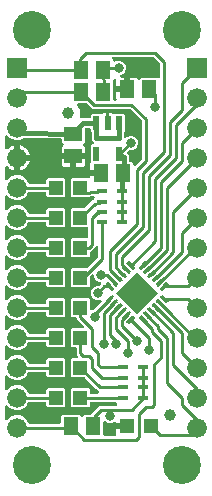
<source format=gbr>
G04 EAGLE Gerber RS-274X export*
G75*
%MOMM*%
%FSLAX34Y34*%
%LPD*%
%INTop Copper*%
%IPPOS*%
%AMOC8*
5,1,8,0,0,1.08239X$1,22.5*%
G01*
%ADD10C,0.140000*%
%ADD11R,2.500000X2.500000*%
%ADD12R,1.300000X1.500000*%
%ADD13R,1.200000X1.300000*%
%ADD14C,1.000000*%
%ADD15R,0.550000X1.200000*%
%ADD16R,1.500000X1.300000*%
%ADD17R,1.200000X1.200000*%
%ADD18R,0.900000X0.450000*%
%ADD19R,1.676400X1.676400*%
%ADD20C,1.676400*%
%ADD21C,3.216000*%
%ADD22C,0.254000*%
%ADD23C,0.406400*%
%ADD24C,0.800100*%

G36*
X48403Y60469D02*
X48403Y60469D01*
X48528Y60478D01*
X48559Y60489D01*
X48591Y60493D01*
X48708Y60539D01*
X48827Y60580D01*
X48854Y60598D01*
X48884Y60610D01*
X48985Y60684D01*
X49091Y60753D01*
X49112Y60777D01*
X49138Y60796D01*
X49218Y60894D01*
X49302Y60987D01*
X49317Y61016D01*
X49338Y61041D01*
X49391Y61155D01*
X49449Y61266D01*
X49453Y61292D01*
X49470Y61327D01*
X49526Y61638D01*
X49523Y61677D01*
X49527Y61702D01*
X49527Y66912D01*
X50718Y68103D01*
X65402Y68103D01*
X66677Y66828D01*
X66776Y66751D01*
X66872Y66669D01*
X66901Y66655D01*
X66926Y66635D01*
X67042Y66585D01*
X67155Y66530D01*
X67186Y66523D01*
X67216Y66510D01*
X67341Y66491D01*
X67464Y66466D01*
X67496Y66467D01*
X67528Y66463D01*
X67653Y66475D01*
X67779Y66481D01*
X67810Y66491D01*
X67842Y66494D01*
X67960Y66538D01*
X68080Y66576D01*
X68101Y66590D01*
X68138Y66604D01*
X68397Y66784D01*
X68422Y66813D01*
X68443Y66828D01*
X69718Y68103D01*
X74317Y68103D01*
X74381Y68111D01*
X74445Y68109D01*
X74536Y68131D01*
X74630Y68143D01*
X74689Y68166D01*
X74752Y68181D01*
X74806Y68213D01*
X74923Y68260D01*
X75080Y68375D01*
X75133Y68406D01*
X75335Y68581D01*
X75373Y68623D01*
X75403Y68643D01*
X80151Y73392D01*
X82452Y75693D01*
X96397Y75693D01*
X96537Y75711D01*
X96678Y75725D01*
X96694Y75731D01*
X96710Y75733D01*
X96841Y75785D01*
X96974Y75834D01*
X96988Y75844D01*
X97003Y75850D01*
X97117Y75934D01*
X97233Y76014D01*
X97244Y76027D01*
X97257Y76036D01*
X97347Y76146D01*
X97439Y76254D01*
X97446Y76268D01*
X97456Y76281D01*
X97516Y76410D01*
X97578Y76537D01*
X97582Y76553D01*
X97588Y76567D01*
X97613Y76707D01*
X97642Y76846D01*
X97641Y76862D01*
X97644Y76878D01*
X97634Y77019D01*
X97627Y77161D01*
X97622Y77176D01*
X97621Y77192D01*
X97575Y77327D01*
X97532Y77462D01*
X97525Y77473D01*
X97519Y77491D01*
X97345Y77755D01*
X97301Y77795D01*
X97280Y77825D01*
X96434Y78671D01*
X96356Y78731D01*
X96285Y78799D01*
X96232Y78828D01*
X96184Y78865D01*
X96094Y78903D01*
X96008Y78951D01*
X95963Y78959D01*
X95895Y78989D01*
X95583Y79037D01*
X95578Y79036D01*
X95574Y79037D01*
X84381Y79247D01*
X84368Y79246D01*
X84358Y79247D01*
X75662Y79247D01*
X75537Y79231D01*
X75412Y79222D01*
X75381Y79211D01*
X75349Y79207D01*
X75232Y79161D01*
X75113Y79120D01*
X75086Y79102D01*
X75056Y79090D01*
X74955Y79016D01*
X74849Y78947D01*
X74828Y78923D01*
X74802Y78904D01*
X74722Y78806D01*
X74638Y78713D01*
X74623Y78684D01*
X74602Y78659D01*
X74549Y78545D01*
X74491Y78434D01*
X74487Y78408D01*
X74470Y78373D01*
X74414Y78062D01*
X74417Y78023D01*
X74413Y77998D01*
X74413Y75708D01*
X73222Y74517D01*
X59538Y74517D01*
X58347Y75708D01*
X58347Y89392D01*
X59538Y90583D01*
X73222Y90583D01*
X74413Y89392D01*
X74413Y87102D01*
X74429Y86977D01*
X74438Y86852D01*
X74449Y86821D01*
X74453Y86789D01*
X74499Y86672D01*
X74540Y86553D01*
X74558Y86526D01*
X74570Y86496D01*
X74644Y86395D01*
X74713Y86289D01*
X74737Y86268D01*
X74756Y86242D01*
X74854Y86162D01*
X74947Y86078D01*
X74976Y86063D01*
X75001Y86042D01*
X75115Y85989D01*
X75226Y85931D01*
X75252Y85927D01*
X75287Y85910D01*
X75598Y85854D01*
X75637Y85857D01*
X75662Y85853D01*
X80791Y85853D01*
X80931Y85871D01*
X81072Y85885D01*
X81088Y85891D01*
X81104Y85893D01*
X81235Y85945D01*
X81368Y85994D01*
X81382Y86004D01*
X81397Y86010D01*
X81511Y86093D01*
X81627Y86174D01*
X81638Y86187D01*
X81651Y86196D01*
X81741Y86306D01*
X81833Y86414D01*
X81840Y86428D01*
X81850Y86441D01*
X81910Y86570D01*
X81972Y86697D01*
X81975Y86713D01*
X81982Y86727D01*
X82007Y86867D01*
X82036Y87006D01*
X82035Y87022D01*
X82038Y87038D01*
X82027Y87179D01*
X82020Y87321D01*
X82016Y87336D01*
X82014Y87352D01*
X81969Y87487D01*
X81926Y87622D01*
X81919Y87633D01*
X81913Y87651D01*
X81739Y87915D01*
X81695Y87955D01*
X81674Y87985D01*
X79451Y90208D01*
X70108Y99551D01*
X70021Y99619D01*
X69939Y99692D01*
X69897Y99715D01*
X69858Y99745D01*
X69757Y99788D01*
X69660Y99839D01*
X69623Y99846D01*
X69568Y99869D01*
X69257Y99917D01*
X69238Y99915D01*
X69225Y99917D01*
X59538Y99917D01*
X58347Y101108D01*
X58347Y114792D01*
X59538Y115983D01*
X63021Y115983D01*
X63161Y116001D01*
X63302Y116015D01*
X63318Y116021D01*
X63334Y116023D01*
X63465Y116075D01*
X63598Y116124D01*
X63612Y116134D01*
X63627Y116140D01*
X63741Y116223D01*
X63857Y116304D01*
X63868Y116317D01*
X63881Y116326D01*
X63970Y116436D01*
X64063Y116544D01*
X64070Y116558D01*
X64080Y116571D01*
X64140Y116700D01*
X64202Y116827D01*
X64205Y116843D01*
X64212Y116857D01*
X64237Y116997D01*
X64266Y117136D01*
X64265Y117152D01*
X64268Y117168D01*
X64257Y117309D01*
X64250Y117451D01*
X64246Y117466D01*
X64244Y117482D01*
X64199Y117617D01*
X64156Y117752D01*
X64149Y117763D01*
X64143Y117781D01*
X63969Y118045D01*
X63925Y118085D01*
X63904Y118115D01*
X63077Y118942D01*
X63077Y124068D01*
X63061Y124193D01*
X63052Y124318D01*
X63041Y124349D01*
X63037Y124381D01*
X62991Y124498D01*
X62950Y124617D01*
X62932Y124644D01*
X62920Y124674D01*
X62846Y124775D01*
X62777Y124881D01*
X62753Y124902D01*
X62734Y124928D01*
X62636Y125008D01*
X62543Y125092D01*
X62514Y125107D01*
X62489Y125128D01*
X62375Y125181D01*
X62264Y125239D01*
X62238Y125243D01*
X62203Y125260D01*
X61892Y125316D01*
X61853Y125313D01*
X61828Y125317D01*
X59538Y125317D01*
X58347Y126508D01*
X58347Y140192D01*
X59538Y141383D01*
X68101Y141383D01*
X68241Y141401D01*
X68382Y141415D01*
X68398Y141421D01*
X68414Y141423D01*
X68545Y141475D01*
X68678Y141524D01*
X68691Y141534D01*
X68707Y141540D01*
X68821Y141624D01*
X68937Y141704D01*
X68948Y141717D01*
X68961Y141726D01*
X69051Y141836D01*
X69143Y141944D01*
X69150Y141958D01*
X69160Y141971D01*
X69220Y142100D01*
X69282Y142227D01*
X69285Y142243D01*
X69292Y142257D01*
X69317Y142397D01*
X69346Y142536D01*
X69345Y142552D01*
X69348Y142568D01*
X69337Y142709D01*
X69330Y142851D01*
X69326Y142866D01*
X69324Y142882D01*
X69279Y143017D01*
X69236Y143152D01*
X69229Y143163D01*
X69223Y143181D01*
X69049Y143445D01*
X69005Y143485D01*
X68984Y143515D01*
X65378Y147121D01*
X63077Y149422D01*
X63077Y149468D01*
X63061Y149593D01*
X63052Y149718D01*
X63041Y149749D01*
X63037Y149781D01*
X62991Y149898D01*
X62950Y150017D01*
X62932Y150044D01*
X62920Y150074D01*
X62846Y150175D01*
X62777Y150281D01*
X62753Y150302D01*
X62734Y150328D01*
X62636Y150408D01*
X62543Y150492D01*
X62514Y150507D01*
X62489Y150528D01*
X62375Y150581D01*
X62264Y150639D01*
X62238Y150643D01*
X62203Y150660D01*
X61892Y150716D01*
X61853Y150713D01*
X61828Y150717D01*
X59538Y150717D01*
X58347Y151908D01*
X58347Y165592D01*
X59538Y166783D01*
X73222Y166783D01*
X74413Y165592D01*
X74413Y157738D01*
X74420Y157683D01*
X74418Y157628D01*
X74440Y157527D01*
X74453Y157425D01*
X74473Y157373D01*
X74485Y157319D01*
X74531Y157227D01*
X74570Y157132D01*
X74602Y157087D01*
X74627Y157038D01*
X74695Y156960D01*
X74756Y156877D01*
X74799Y156842D01*
X74835Y156801D01*
X74921Y156743D01*
X75001Y156678D01*
X75051Y156655D01*
X75096Y156624D01*
X75194Y156589D01*
X75287Y156546D01*
X75341Y156536D01*
X75393Y156517D01*
X75496Y156508D01*
X75598Y156490D01*
X75653Y156494D01*
X75708Y156489D01*
X75771Y156503D01*
X75912Y156514D01*
X76076Y156569D01*
X76140Y156583D01*
X77523Y157156D01*
X77543Y157168D01*
X77565Y157175D01*
X77611Y157207D01*
X77797Y157313D01*
X77879Y157393D01*
X77929Y157427D01*
X83909Y163407D01*
X83952Y163463D01*
X84003Y163513D01*
X84048Y163588D01*
X84102Y163657D01*
X84130Y163722D01*
X84167Y163783D01*
X84192Y163866D01*
X84226Y163946D01*
X84237Y164017D01*
X84258Y164085D01*
X84261Y164172D01*
X84274Y164258D01*
X84267Y164329D01*
X84270Y164400D01*
X84251Y164485D01*
X84242Y164572D01*
X84218Y164639D01*
X84202Y164709D01*
X84163Y164786D01*
X84133Y164868D01*
X84092Y164927D01*
X84060Y164990D01*
X84003Y165056D01*
X83953Y165127D01*
X83899Y165174D01*
X83852Y165227D01*
X83780Y165276D01*
X83714Y165333D01*
X83650Y165364D01*
X83591Y165404D01*
X83509Y165434D01*
X83431Y165472D01*
X83361Y165487D01*
X83294Y165510D01*
X83207Y165518D01*
X83122Y165536D01*
X83050Y165532D01*
X82979Y165539D01*
X82921Y165526D01*
X82806Y165520D01*
X82602Y165457D01*
X82547Y165445D01*
X82480Y165417D01*
X80080Y165417D01*
X77862Y166335D01*
X76165Y168032D01*
X75247Y170250D01*
X75247Y172650D01*
X76165Y174868D01*
X77862Y176565D01*
X80080Y177483D01*
X82125Y177483D01*
X82234Y177497D01*
X82344Y177503D01*
X82390Y177517D01*
X82438Y177523D01*
X82540Y177564D01*
X82645Y177597D01*
X82676Y177618D01*
X82731Y177640D01*
X82985Y177827D01*
X82997Y177842D01*
X83008Y177849D01*
X83683Y178524D01*
X83770Y178636D01*
X83860Y178746D01*
X83867Y178761D01*
X83877Y178774D01*
X83932Y178904D01*
X83992Y179033D01*
X83995Y179049D01*
X84001Y179064D01*
X84023Y179204D01*
X84048Y179343D01*
X84046Y179359D01*
X84049Y179375D01*
X84035Y179517D01*
X84024Y179658D01*
X84019Y179673D01*
X84017Y179689D01*
X83968Y179822D01*
X83922Y179957D01*
X83913Y179970D01*
X83908Y179985D01*
X83827Y180101D01*
X83749Y180220D01*
X83737Y180231D01*
X83728Y180244D01*
X83620Y180337D01*
X83515Y180432D01*
X83501Y180439D01*
X83488Y180450D01*
X83361Y180513D01*
X83236Y180578D01*
X83223Y180581D01*
X83205Y180589D01*
X82896Y180653D01*
X82837Y180650D01*
X82800Y180657D01*
X82620Y180657D01*
X80402Y181575D01*
X78705Y183272D01*
X77787Y185490D01*
X77787Y185670D01*
X77769Y185810D01*
X77755Y185952D01*
X77749Y185967D01*
X77747Y185983D01*
X77694Y186114D01*
X77645Y186248D01*
X77636Y186261D01*
X77630Y186276D01*
X77546Y186390D01*
X77465Y186507D01*
X77453Y186517D01*
X77443Y186530D01*
X77334Y186620D01*
X77226Y186713D01*
X77211Y186720D01*
X77199Y186730D01*
X77070Y186789D01*
X76943Y186852D01*
X76927Y186855D01*
X76912Y186862D01*
X76772Y186887D01*
X76634Y186916D01*
X76618Y186915D01*
X76602Y186918D01*
X76460Y186907D01*
X76319Y186900D01*
X76303Y186895D01*
X76287Y186894D01*
X76153Y186848D01*
X76018Y186806D01*
X76007Y186798D01*
X75988Y186792D01*
X75725Y186619D01*
X75685Y186575D01*
X75654Y186553D01*
X74779Y185678D01*
X74711Y185591D01*
X74638Y185509D01*
X74615Y185467D01*
X74585Y185428D01*
X74542Y185327D01*
X74491Y185230D01*
X74484Y185193D01*
X74461Y185138D01*
X74413Y184827D01*
X74415Y184807D01*
X74413Y184794D01*
X74413Y177308D01*
X73222Y176117D01*
X59538Y176117D01*
X58347Y177308D01*
X58347Y190992D01*
X59538Y192183D01*
X71424Y192183D01*
X71533Y192197D01*
X71643Y192202D01*
X71690Y192216D01*
X71737Y192223D01*
X71840Y192263D01*
X71944Y192296D01*
X71975Y192318D01*
X72030Y192340D01*
X72285Y192526D01*
X72297Y192541D01*
X72308Y192549D01*
X81071Y201312D01*
X81139Y201399D01*
X81212Y201481D01*
X81235Y201523D01*
X81265Y201562D01*
X81308Y201663D01*
X81359Y201760D01*
X81366Y201797D01*
X81389Y201852D01*
X81437Y202163D01*
X81435Y202183D01*
X81437Y202196D01*
X81437Y209641D01*
X81419Y209781D01*
X81405Y209922D01*
X81399Y209938D01*
X81397Y209954D01*
X81345Y210085D01*
X81296Y210218D01*
X81286Y210232D01*
X81280Y210247D01*
X81197Y210361D01*
X81116Y210477D01*
X81103Y210488D01*
X81094Y210501D01*
X80984Y210591D01*
X80876Y210683D01*
X80862Y210690D01*
X80849Y210700D01*
X80720Y210760D01*
X80593Y210822D01*
X80577Y210825D01*
X80563Y210832D01*
X80423Y210857D01*
X80284Y210886D01*
X80268Y210885D01*
X80252Y210888D01*
X80111Y210877D01*
X79969Y210870D01*
X79954Y210866D01*
X79938Y210864D01*
X79803Y210819D01*
X79668Y210776D01*
X79657Y210769D01*
X79639Y210763D01*
X79375Y210589D01*
X79335Y210545D01*
X79305Y210524D01*
X77202Y208421D01*
X74779Y205998D01*
X74711Y205911D01*
X74638Y205829D01*
X74615Y205787D01*
X74585Y205748D01*
X74542Y205647D01*
X74491Y205550D01*
X74484Y205513D01*
X74461Y205458D01*
X74413Y205147D01*
X74415Y205127D01*
X74413Y205114D01*
X74413Y202708D01*
X73222Y201517D01*
X59538Y201517D01*
X58347Y202708D01*
X58347Y216392D01*
X59538Y217583D01*
X71648Y217583D01*
X71773Y217599D01*
X71898Y217608D01*
X71929Y217619D01*
X71961Y217623D01*
X72078Y217669D01*
X72197Y217710D01*
X72224Y217728D01*
X72254Y217740D01*
X72355Y217814D01*
X72461Y217883D01*
X72482Y217907D01*
X72508Y217926D01*
X72588Y218024D01*
X72672Y218117D01*
X72687Y218146D01*
X72708Y218171D01*
X72761Y218285D01*
X72819Y218396D01*
X72823Y218422D01*
X72840Y218457D01*
X72896Y218768D01*
X72893Y218807D01*
X72897Y218832D01*
X72897Y225668D01*
X72881Y225793D01*
X72872Y225918D01*
X72861Y225949D01*
X72857Y225981D01*
X72811Y226098D01*
X72770Y226217D01*
X72752Y226244D01*
X72740Y226274D01*
X72666Y226375D01*
X72597Y226481D01*
X72573Y226502D01*
X72554Y226528D01*
X72456Y226608D01*
X72363Y226692D01*
X72334Y226707D01*
X72309Y226728D01*
X72195Y226780D01*
X72084Y226839D01*
X72058Y226843D01*
X72023Y226860D01*
X71712Y226916D01*
X71673Y226913D01*
X71648Y226917D01*
X59538Y226917D01*
X58347Y228108D01*
X58347Y241792D01*
X59538Y242983D01*
X69224Y242983D01*
X69334Y242997D01*
X69443Y243002D01*
X69489Y243016D01*
X69537Y243023D01*
X69640Y243063D01*
X69744Y243096D01*
X69775Y243117D01*
X69830Y243140D01*
X70085Y243326D01*
X70097Y243341D01*
X70108Y243349D01*
X75669Y248910D01*
X75779Y249052D01*
X75824Y249098D01*
X76339Y249867D01*
X76460Y249907D01*
X76600Y249951D01*
X76608Y249957D01*
X76621Y249961D01*
X76886Y250133D01*
X76930Y250181D01*
X76947Y250193D01*
X76958Y250193D01*
X77083Y250209D01*
X77208Y250218D01*
X77239Y250229D01*
X77271Y250233D01*
X77388Y250279D01*
X77507Y250320D01*
X77534Y250338D01*
X77564Y250350D01*
X77665Y250424D01*
X77771Y250493D01*
X77792Y250517D01*
X77818Y250536D01*
X77898Y250634D01*
X77982Y250727D01*
X77997Y250756D01*
X78018Y250781D01*
X78071Y250895D01*
X78129Y251006D01*
X78133Y251032D01*
X78150Y251067D01*
X78200Y251346D01*
X78232Y251437D01*
X78278Y251545D01*
X78285Y251585D01*
X78298Y251624D01*
X78309Y251741D01*
X78326Y251857D01*
X78322Y251898D01*
X78326Y251939D01*
X78306Y252054D01*
X78295Y252171D01*
X78280Y252209D01*
X78274Y252250D01*
X78226Y252356D01*
X78185Y252467D01*
X78162Y252500D01*
X78145Y252538D01*
X78072Y252629D01*
X78005Y252726D01*
X77974Y252752D01*
X77948Y252785D01*
X77855Y252855D01*
X77766Y252931D01*
X77729Y252949D01*
X77696Y252974D01*
X77588Y253019D01*
X77483Y253071D01*
X77443Y253079D01*
X77405Y253095D01*
X77339Y253100D01*
X77174Y253134D01*
X77029Y253127D01*
X76964Y253133D01*
X74194Y252880D01*
X74142Y252868D01*
X74088Y252866D01*
X73988Y252834D01*
X73886Y252812D01*
X73838Y252788D01*
X73787Y252772D01*
X73733Y252734D01*
X73604Y252669D01*
X73478Y252557D01*
X73424Y252519D01*
X73222Y252317D01*
X59538Y252317D01*
X58347Y253508D01*
X58347Y267192D01*
X59538Y268383D01*
X73250Y268383D01*
X73375Y268399D01*
X73500Y268408D01*
X73531Y268419D01*
X73563Y268423D01*
X73680Y268469D01*
X73799Y268510D01*
X73826Y268528D01*
X73856Y268540D01*
X73957Y268614D01*
X74063Y268683D01*
X74084Y268707D01*
X74110Y268726D01*
X74190Y268824D01*
X74274Y268917D01*
X74289Y268946D01*
X74310Y268971D01*
X74363Y269085D01*
X74421Y269196D01*
X74425Y269222D01*
X74442Y269257D01*
X74498Y269568D01*
X74495Y269607D01*
X74499Y269632D01*
X74499Y270201D01*
X82290Y270201D01*
X82415Y270217D01*
X82540Y270226D01*
X82571Y270237D01*
X82603Y270241D01*
X82720Y270287D01*
X82839Y270328D01*
X82866Y270346D01*
X82896Y270358D01*
X82997Y270432D01*
X83103Y270501D01*
X83124Y270525D01*
X83150Y270544D01*
X83230Y270642D01*
X83314Y270735D01*
X83329Y270764D01*
X83350Y270789D01*
X83402Y270903D01*
X83461Y271015D01*
X83465Y271040D01*
X83482Y271075D01*
X83537Y271386D01*
X83535Y271425D01*
X83539Y271450D01*
X83539Y273950D01*
X83523Y274075D01*
X83514Y274200D01*
X83503Y274231D01*
X83499Y274263D01*
X83453Y274380D01*
X83412Y274499D01*
X83394Y274526D01*
X83382Y274556D01*
X83308Y274657D01*
X83239Y274763D01*
X83215Y274784D01*
X83196Y274810D01*
X83098Y274890D01*
X83005Y274974D01*
X82976Y274989D01*
X82951Y275010D01*
X82837Y275062D01*
X82725Y275121D01*
X82700Y275125D01*
X82665Y275142D01*
X82354Y275198D01*
X82315Y275195D01*
X82290Y275199D01*
X74499Y275199D01*
X74499Y280534D01*
X74672Y281181D01*
X75010Y281765D01*
X75050Y281862D01*
X75099Y281954D01*
X75106Y281995D01*
X75132Y282056D01*
X75177Y282368D01*
X75176Y282381D01*
X75177Y282390D01*
X75177Y295761D01*
X76368Y296952D01*
X76504Y296952D01*
X76644Y296970D01*
X76786Y296984D01*
X76801Y296990D01*
X76817Y296992D01*
X76948Y297044D01*
X77082Y297093D01*
X77095Y297103D01*
X77110Y297109D01*
X77224Y297192D01*
X77341Y297273D01*
X77351Y297286D01*
X77364Y297295D01*
X77454Y297405D01*
X77546Y297513D01*
X77553Y297527D01*
X77564Y297540D01*
X77623Y297669D01*
X77686Y297796D01*
X77689Y297812D01*
X77696Y297826D01*
X77721Y297966D01*
X77749Y298105D01*
X77749Y298121D01*
X77752Y298137D01*
X77741Y298278D01*
X77734Y298420D01*
X77729Y298435D01*
X77728Y298451D01*
X77682Y298586D01*
X77640Y298721D01*
X77632Y298732D01*
X77626Y298750D01*
X77453Y299014D01*
X77409Y299054D01*
X77387Y299084D01*
X75895Y300576D01*
X75895Y306844D01*
X75881Y306953D01*
X75876Y307062D01*
X75862Y307109D01*
X75855Y307157D01*
X75815Y307259D01*
X75782Y307364D01*
X75760Y307394D01*
X75738Y307450D01*
X75552Y307704D01*
X75537Y307716D01*
X75529Y307727D01*
X75177Y308079D01*
X75177Y309607D01*
X75161Y309732D01*
X75152Y309857D01*
X75141Y309888D01*
X75137Y309920D01*
X75091Y310037D01*
X75050Y310156D01*
X75032Y310183D01*
X75020Y310213D01*
X74946Y310314D01*
X74877Y310420D01*
X74853Y310441D01*
X74834Y310467D01*
X74736Y310547D01*
X74643Y310631D01*
X74614Y310646D01*
X74589Y310667D01*
X74475Y310720D01*
X74364Y310778D01*
X74338Y310782D01*
X74303Y310799D01*
X73992Y310855D01*
X73953Y310852D01*
X73928Y310856D01*
X71162Y310856D01*
X71037Y310840D01*
X70912Y310831D01*
X70881Y310820D01*
X70849Y310816D01*
X70732Y310770D01*
X70613Y310729D01*
X70586Y310711D01*
X70556Y310699D01*
X70455Y310625D01*
X70349Y310556D01*
X70328Y310532D01*
X70302Y310513D01*
X70222Y310415D01*
X70138Y310322D01*
X70123Y310293D01*
X70102Y310268D01*
X70049Y310154D01*
X69991Y310043D01*
X69987Y310017D01*
X69970Y309982D01*
X69914Y309671D01*
X69917Y309632D01*
X69913Y309607D01*
X69913Y298668D01*
X68910Y297665D01*
X68829Y297561D01*
X68745Y297461D01*
X68733Y297437D01*
X68717Y297416D01*
X68665Y297295D01*
X68608Y297177D01*
X68603Y297150D01*
X68592Y297126D01*
X68572Y296996D01*
X68547Y296867D01*
X68548Y296841D01*
X68544Y296814D01*
X68558Y296683D01*
X68565Y296552D01*
X68573Y296527D01*
X68576Y296500D01*
X68622Y296376D01*
X68662Y296252D01*
X68676Y296229D01*
X68685Y296204D01*
X68760Y296097D01*
X68831Y295985D01*
X68847Y295971D01*
X68866Y295945D01*
X69105Y295739D01*
X69146Y295719D01*
X69169Y295700D01*
X69440Y295543D01*
X69913Y295070D01*
X70248Y294491D01*
X70421Y293844D01*
X70421Y289509D01*
X61630Y289509D01*
X61505Y289493D01*
X61380Y289484D01*
X61349Y289473D01*
X61317Y289469D01*
X61200Y289423D01*
X61081Y289382D01*
X61054Y289364D01*
X61024Y289352D01*
X60923Y289278D01*
X60817Y289209D01*
X60796Y289185D01*
X60770Y289166D01*
X60690Y289068D01*
X60606Y288975D01*
X60591Y288946D01*
X60570Y288921D01*
X60518Y288807D01*
X60459Y288695D01*
X60455Y288670D01*
X60438Y288635D01*
X60383Y288324D01*
X60385Y288285D01*
X60381Y288260D01*
X60381Y287009D01*
X60379Y287009D01*
X60379Y288260D01*
X60363Y288385D01*
X60354Y288510D01*
X60343Y288541D01*
X60339Y288573D01*
X60293Y288690D01*
X60252Y288809D01*
X60234Y288836D01*
X60222Y288866D01*
X60148Y288967D01*
X60079Y289073D01*
X60055Y289094D01*
X60036Y289120D01*
X59938Y289200D01*
X59845Y289284D01*
X59816Y289299D01*
X59791Y289320D01*
X59677Y289372D01*
X59565Y289431D01*
X59540Y289435D01*
X59505Y289452D01*
X59194Y289508D01*
X59155Y289505D01*
X59130Y289509D01*
X50339Y289509D01*
X50339Y293844D01*
X50512Y294491D01*
X50847Y295070D01*
X51320Y295543D01*
X51591Y295700D01*
X51696Y295779D01*
X51804Y295854D01*
X51821Y295875D01*
X51843Y295891D01*
X51924Y295994D01*
X52009Y296093D01*
X52021Y296118D01*
X52038Y296139D01*
X52091Y296259D01*
X52149Y296376D01*
X52154Y296403D01*
X52165Y296427D01*
X52186Y296557D01*
X52212Y296685D01*
X52211Y296712D01*
X52215Y296739D01*
X52203Y296869D01*
X52197Y297001D01*
X52189Y297026D01*
X52186Y297053D01*
X52142Y297176D01*
X52103Y297302D01*
X52090Y297320D01*
X52079Y297350D01*
X51902Y297611D01*
X51867Y297641D01*
X51850Y297665D01*
X50847Y298668D01*
X50847Y300860D01*
X50833Y300975D01*
X50826Y301092D01*
X50813Y301132D01*
X50807Y301173D01*
X50764Y301281D01*
X50728Y301392D01*
X50706Y301427D01*
X50690Y301466D01*
X50622Y301560D01*
X50559Y301658D01*
X50529Y301687D01*
X50504Y301720D01*
X50414Y301794D01*
X50329Y301874D01*
X50292Y301894D01*
X50259Y301920D01*
X50154Y301969D01*
X50051Y302024D01*
X50019Y302031D01*
X49973Y302052D01*
X49662Y302108D01*
X49635Y302106D01*
X49617Y302109D01*
X19386Y302571D01*
X19268Y302558D01*
X19149Y302552D01*
X19111Y302540D01*
X19073Y302536D01*
X18961Y302493D01*
X18847Y302458D01*
X18822Y302440D01*
X18778Y302424D01*
X18681Y302355D01*
X14772Y300735D01*
X10628Y300735D01*
X6801Y302321D01*
X4673Y304448D01*
X4562Y304534D01*
X4451Y304625D01*
X4437Y304631D01*
X4424Y304641D01*
X4294Y304697D01*
X4165Y304756D01*
X4149Y304759D01*
X4134Y304766D01*
X3993Y304787D01*
X3854Y304812D01*
X3838Y304811D01*
X3822Y304814D01*
X3681Y304799D01*
X3540Y304789D01*
X3524Y304783D01*
X3508Y304782D01*
X3376Y304733D01*
X3241Y304687D01*
X3227Y304678D01*
X3212Y304672D01*
X3096Y304592D01*
X2977Y304513D01*
X2966Y304501D01*
X2953Y304492D01*
X2861Y304386D01*
X2766Y304280D01*
X2758Y304265D01*
X2748Y304253D01*
X2685Y304126D01*
X2619Y304000D01*
X2617Y303987D01*
X2608Y303970D01*
X2544Y303661D01*
X2547Y303602D01*
X2541Y303565D01*
X2541Y294054D01*
X2559Y293913D01*
X2573Y293772D01*
X2579Y293757D01*
X2581Y293741D01*
X2633Y293609D01*
X2682Y293476D01*
X2692Y293463D01*
X2698Y293448D01*
X2781Y293333D01*
X2862Y293217D01*
X2875Y293206D01*
X2884Y293193D01*
X2994Y293104D01*
X3102Y293011D01*
X3116Y293004D01*
X3129Y292994D01*
X3258Y292935D01*
X3385Y292872D01*
X3401Y292869D01*
X3415Y292862D01*
X3555Y292837D01*
X3694Y292808D01*
X3710Y292809D01*
X3726Y292806D01*
X3867Y292817D01*
X4009Y292824D01*
X4024Y292829D01*
X4040Y292830D01*
X4175Y292876D01*
X4310Y292918D01*
X4321Y292925D01*
X4339Y292932D01*
X4603Y293105D01*
X4643Y293149D01*
X4673Y293170D01*
X5584Y294081D01*
X6975Y295092D01*
X8507Y295872D01*
X10142Y296404D01*
X10201Y296413D01*
X10201Y287000D01*
X10217Y286875D01*
X10226Y286750D01*
X10237Y286719D01*
X10241Y286687D01*
X10287Y286570D01*
X10328Y286451D01*
X10346Y286424D01*
X10358Y286394D01*
X10432Y286293D01*
X10501Y286187D01*
X10525Y286166D01*
X10544Y286140D01*
X10642Y286060D01*
X10735Y285976D01*
X10764Y285961D01*
X10789Y285940D01*
X10903Y285888D01*
X11015Y285829D01*
X11040Y285825D01*
X11075Y285808D01*
X11386Y285753D01*
X11425Y285755D01*
X11450Y285751D01*
X12701Y285751D01*
X12701Y285749D01*
X11450Y285749D01*
X11325Y285733D01*
X11200Y285724D01*
X11169Y285713D01*
X11137Y285709D01*
X11020Y285663D01*
X10901Y285622D01*
X10874Y285604D01*
X10844Y285592D01*
X10743Y285518D01*
X10637Y285449D01*
X10616Y285425D01*
X10590Y285406D01*
X10510Y285308D01*
X10426Y285215D01*
X10411Y285186D01*
X10390Y285161D01*
X10337Y285047D01*
X10279Y284935D01*
X10275Y284910D01*
X10258Y284875D01*
X10202Y284564D01*
X10205Y284525D01*
X10201Y284500D01*
X10201Y275087D01*
X10142Y275096D01*
X8507Y275628D01*
X6975Y276408D01*
X5584Y277419D01*
X4673Y278330D01*
X4561Y278416D01*
X4451Y278506D01*
X4437Y278513D01*
X4424Y278523D01*
X4294Y278579D01*
X4165Y278638D01*
X4149Y278641D01*
X4134Y278647D01*
X3993Y278669D01*
X3854Y278694D01*
X3838Y278693D01*
X3822Y278695D01*
X3681Y278681D01*
X3540Y278670D01*
X3524Y278665D01*
X3508Y278663D01*
X3376Y278614D01*
X3241Y278568D01*
X3227Y278559D01*
X3212Y278554D01*
X3096Y278473D01*
X2977Y278395D01*
X2966Y278383D01*
X2953Y278374D01*
X2861Y278267D01*
X2766Y278161D01*
X2758Y278147D01*
X2748Y278135D01*
X2685Y278007D01*
X2619Y277882D01*
X2617Y277869D01*
X2608Y277852D01*
X2544Y277543D01*
X2547Y277483D01*
X2541Y277446D01*
X2541Y267935D01*
X2559Y267795D01*
X2573Y267654D01*
X2579Y267638D01*
X2581Y267622D01*
X2633Y267491D01*
X2682Y267358D01*
X2692Y267344D01*
X2698Y267329D01*
X2782Y267215D01*
X2862Y267099D01*
X2875Y267088D01*
X2884Y267075D01*
X2994Y266985D01*
X3102Y266893D01*
X3116Y266886D01*
X3129Y266875D01*
X3258Y266816D01*
X3385Y266754D01*
X3401Y266750D01*
X3415Y266744D01*
X3555Y266718D01*
X3694Y266690D01*
X3710Y266691D01*
X3726Y266688D01*
X3867Y266698D01*
X4009Y266705D01*
X4024Y266710D01*
X4040Y266711D01*
X4175Y266757D01*
X4310Y266799D01*
X4321Y266807D01*
X4339Y266813D01*
X4603Y266987D01*
X4643Y267031D01*
X4673Y267052D01*
X6801Y269179D01*
X10628Y270765D01*
X14772Y270765D01*
X18599Y269179D01*
X21529Y266249D01*
X22285Y264424D01*
X22305Y264390D01*
X22317Y264353D01*
X22383Y264253D01*
X22442Y264150D01*
X22469Y264122D01*
X22491Y264089D01*
X22579Y264009D01*
X22662Y263924D01*
X22696Y263904D01*
X22725Y263878D01*
X22830Y263822D01*
X22932Y263761D01*
X22969Y263749D01*
X23004Y263731D01*
X23068Y263720D01*
X23234Y263670D01*
X23375Y263664D01*
X23440Y263653D01*
X36098Y263653D01*
X36223Y263669D01*
X36348Y263678D01*
X36379Y263689D01*
X36411Y263693D01*
X36528Y263739D01*
X36647Y263780D01*
X36674Y263798D01*
X36704Y263810D01*
X36805Y263884D01*
X36911Y263953D01*
X36932Y263977D01*
X36958Y263996D01*
X37038Y264094D01*
X37122Y264187D01*
X37137Y264216D01*
X37158Y264241D01*
X37211Y264355D01*
X37269Y264466D01*
X37273Y264492D01*
X37290Y264527D01*
X37346Y264838D01*
X37343Y264877D01*
X37347Y264902D01*
X37347Y267192D01*
X38538Y268383D01*
X52222Y268383D01*
X53413Y267192D01*
X53413Y253508D01*
X52222Y252317D01*
X38538Y252317D01*
X37347Y253508D01*
X37347Y255798D01*
X37331Y255923D01*
X37322Y256048D01*
X37311Y256079D01*
X37307Y256111D01*
X37261Y256228D01*
X37220Y256347D01*
X37202Y256374D01*
X37190Y256404D01*
X37116Y256505D01*
X37047Y256611D01*
X37023Y256632D01*
X37004Y256658D01*
X36906Y256738D01*
X36813Y256822D01*
X36784Y256837D01*
X36759Y256858D01*
X36645Y256911D01*
X36534Y256969D01*
X36508Y256973D01*
X36473Y256990D01*
X36162Y257046D01*
X36123Y257043D01*
X36098Y257047D01*
X23440Y257047D01*
X23401Y257042D01*
X23362Y257045D01*
X23245Y257022D01*
X23127Y257007D01*
X23090Y256993D01*
X23052Y256986D01*
X22944Y256935D01*
X22834Y256890D01*
X22802Y256867D01*
X22767Y256851D01*
X22675Y256774D01*
X22579Y256704D01*
X22554Y256674D01*
X22524Y256648D01*
X22489Y256593D01*
X22380Y256459D01*
X22321Y256331D01*
X22285Y256276D01*
X21529Y254451D01*
X18599Y251521D01*
X14772Y249935D01*
X10628Y249935D01*
X6801Y251521D01*
X4673Y253648D01*
X4562Y253734D01*
X4451Y253825D01*
X4437Y253831D01*
X4424Y253841D01*
X4294Y253897D01*
X4165Y253956D01*
X4149Y253959D01*
X4134Y253966D01*
X3993Y253987D01*
X3854Y254012D01*
X3838Y254011D01*
X3822Y254014D01*
X3681Y253999D01*
X3540Y253989D01*
X3524Y253983D01*
X3508Y253982D01*
X3376Y253933D01*
X3241Y253887D01*
X3227Y253878D01*
X3212Y253872D01*
X3097Y253792D01*
X2977Y253713D01*
X2966Y253701D01*
X2953Y253692D01*
X2861Y253586D01*
X2766Y253480D01*
X2758Y253465D01*
X2748Y253453D01*
X2685Y253326D01*
X2619Y253200D01*
X2617Y253187D01*
X2608Y253170D01*
X2544Y252861D01*
X2547Y252802D01*
X2541Y252765D01*
X2541Y242535D01*
X2559Y242395D01*
X2573Y242254D01*
X2579Y242238D01*
X2581Y242222D01*
X2633Y242091D01*
X2682Y241958D01*
X2692Y241944D01*
X2698Y241929D01*
X2782Y241815D01*
X2862Y241699D01*
X2875Y241688D01*
X2884Y241675D01*
X2994Y241585D01*
X3102Y241493D01*
X3116Y241486D01*
X3129Y241475D01*
X3258Y241416D01*
X3385Y241354D01*
X3401Y241350D01*
X3415Y241344D01*
X3555Y241318D01*
X3694Y241290D01*
X3710Y241291D01*
X3726Y241288D01*
X3867Y241298D01*
X4009Y241305D01*
X4024Y241310D01*
X4040Y241311D01*
X4175Y241357D01*
X4310Y241399D01*
X4321Y241407D01*
X4339Y241413D01*
X4603Y241587D01*
X4643Y241631D01*
X4673Y241652D01*
X6801Y243779D01*
X10628Y245365D01*
X14772Y245365D01*
X18599Y243779D01*
X21529Y240849D01*
X22285Y239024D01*
X22305Y238990D01*
X22317Y238953D01*
X22383Y238853D01*
X22442Y238750D01*
X22469Y238722D01*
X22491Y238689D01*
X22579Y238609D01*
X22662Y238524D01*
X22696Y238504D01*
X22725Y238478D01*
X22830Y238422D01*
X22932Y238361D01*
X22969Y238349D01*
X23004Y238331D01*
X23068Y238320D01*
X23234Y238270D01*
X23375Y238264D01*
X23440Y238253D01*
X36098Y238253D01*
X36223Y238269D01*
X36348Y238278D01*
X36379Y238289D01*
X36411Y238293D01*
X36528Y238339D01*
X36647Y238380D01*
X36674Y238398D01*
X36704Y238410D01*
X36805Y238484D01*
X36911Y238553D01*
X36932Y238577D01*
X36958Y238596D01*
X37038Y238694D01*
X37122Y238787D01*
X37137Y238816D01*
X37158Y238841D01*
X37211Y238955D01*
X37269Y239066D01*
X37273Y239092D01*
X37290Y239127D01*
X37346Y239438D01*
X37343Y239477D01*
X37347Y239502D01*
X37347Y241792D01*
X38538Y242983D01*
X52222Y242983D01*
X53413Y241792D01*
X53413Y228108D01*
X52222Y226917D01*
X38538Y226917D01*
X37347Y228108D01*
X37347Y230398D01*
X37331Y230523D01*
X37322Y230648D01*
X37311Y230679D01*
X37307Y230711D01*
X37261Y230828D01*
X37220Y230947D01*
X37202Y230974D01*
X37190Y231004D01*
X37116Y231105D01*
X37047Y231211D01*
X37023Y231232D01*
X37004Y231258D01*
X36906Y231338D01*
X36813Y231422D01*
X36784Y231437D01*
X36759Y231458D01*
X36645Y231511D01*
X36534Y231569D01*
X36508Y231573D01*
X36473Y231590D01*
X36162Y231646D01*
X36123Y231643D01*
X36098Y231647D01*
X23440Y231647D01*
X23401Y231642D01*
X23362Y231645D01*
X23245Y231622D01*
X23127Y231607D01*
X23090Y231593D01*
X23052Y231586D01*
X22944Y231535D01*
X22834Y231490D01*
X22802Y231467D01*
X22767Y231451D01*
X22675Y231374D01*
X22579Y231304D01*
X22554Y231274D01*
X22524Y231248D01*
X22489Y231193D01*
X22380Y231059D01*
X22321Y230931D01*
X22285Y230876D01*
X21529Y229051D01*
X18599Y226121D01*
X14772Y224535D01*
X10628Y224535D01*
X6801Y226121D01*
X4673Y228248D01*
X4562Y228334D01*
X4451Y228425D01*
X4437Y228431D01*
X4424Y228441D01*
X4294Y228497D01*
X4165Y228556D01*
X4149Y228559D01*
X4134Y228566D01*
X3993Y228587D01*
X3854Y228612D01*
X3838Y228611D01*
X3822Y228614D01*
X3681Y228599D01*
X3540Y228589D01*
X3524Y228583D01*
X3508Y228582D01*
X3376Y228533D01*
X3241Y228487D01*
X3227Y228478D01*
X3212Y228472D01*
X3097Y228392D01*
X2977Y228313D01*
X2966Y228301D01*
X2953Y228292D01*
X2861Y228186D01*
X2766Y228080D01*
X2758Y228065D01*
X2748Y228053D01*
X2685Y227926D01*
X2619Y227800D01*
X2617Y227787D01*
X2608Y227770D01*
X2544Y227461D01*
X2547Y227402D01*
X2541Y227365D01*
X2541Y217135D01*
X2559Y216995D01*
X2573Y216854D01*
X2579Y216838D01*
X2581Y216822D01*
X2633Y216691D01*
X2682Y216558D01*
X2692Y216544D01*
X2698Y216529D01*
X2782Y216415D01*
X2862Y216299D01*
X2875Y216288D01*
X2884Y216275D01*
X2994Y216185D01*
X3102Y216093D01*
X3116Y216086D01*
X3129Y216075D01*
X3258Y216016D01*
X3385Y215954D01*
X3401Y215950D01*
X3415Y215944D01*
X3555Y215918D01*
X3694Y215890D01*
X3710Y215891D01*
X3726Y215888D01*
X3867Y215898D01*
X4009Y215905D01*
X4024Y215910D01*
X4040Y215911D01*
X4175Y215957D01*
X4310Y215999D01*
X4321Y216007D01*
X4339Y216013D01*
X4603Y216187D01*
X4643Y216231D01*
X4673Y216252D01*
X6801Y218379D01*
X10628Y219965D01*
X14772Y219965D01*
X18599Y218379D01*
X21529Y215449D01*
X22285Y213624D01*
X22305Y213590D01*
X22317Y213553D01*
X22383Y213453D01*
X22442Y213350D01*
X22469Y213322D01*
X22491Y213289D01*
X22579Y213209D01*
X22662Y213124D01*
X22696Y213104D01*
X22725Y213078D01*
X22830Y213022D01*
X22932Y212961D01*
X22969Y212949D01*
X23004Y212931D01*
X23068Y212920D01*
X23234Y212870D01*
X23375Y212864D01*
X23440Y212853D01*
X36098Y212853D01*
X36223Y212869D01*
X36348Y212878D01*
X36379Y212889D01*
X36411Y212893D01*
X36528Y212939D01*
X36647Y212980D01*
X36674Y212998D01*
X36704Y213010D01*
X36805Y213084D01*
X36911Y213153D01*
X36932Y213177D01*
X36958Y213196D01*
X37038Y213294D01*
X37122Y213387D01*
X37137Y213416D01*
X37158Y213441D01*
X37211Y213555D01*
X37269Y213666D01*
X37273Y213692D01*
X37290Y213727D01*
X37346Y214038D01*
X37343Y214077D01*
X37347Y214102D01*
X37347Y216392D01*
X38538Y217583D01*
X52222Y217583D01*
X53413Y216392D01*
X53413Y202708D01*
X52222Y201517D01*
X38538Y201517D01*
X37347Y202708D01*
X37347Y204998D01*
X37331Y205123D01*
X37322Y205248D01*
X37311Y205279D01*
X37307Y205311D01*
X37261Y205427D01*
X37220Y205547D01*
X37202Y205574D01*
X37190Y205604D01*
X37116Y205705D01*
X37047Y205811D01*
X37023Y205832D01*
X37004Y205858D01*
X36906Y205938D01*
X36813Y206022D01*
X36784Y206037D01*
X36759Y206058D01*
X36645Y206111D01*
X36534Y206169D01*
X36508Y206173D01*
X36473Y206190D01*
X36162Y206246D01*
X36123Y206243D01*
X36098Y206247D01*
X23440Y206247D01*
X23401Y206242D01*
X23362Y206245D01*
X23245Y206222D01*
X23127Y206207D01*
X23090Y206193D01*
X23052Y206186D01*
X22944Y206135D01*
X22834Y206090D01*
X22802Y206067D01*
X22767Y206051D01*
X22675Y205974D01*
X22579Y205904D01*
X22554Y205874D01*
X22524Y205848D01*
X22489Y205793D01*
X22380Y205659D01*
X22321Y205531D01*
X22285Y205476D01*
X21529Y203651D01*
X18599Y200721D01*
X14772Y199135D01*
X10628Y199135D01*
X6801Y200721D01*
X4673Y202848D01*
X4562Y202934D01*
X4451Y203025D01*
X4437Y203031D01*
X4424Y203041D01*
X4294Y203097D01*
X4165Y203156D01*
X4149Y203159D01*
X4134Y203166D01*
X3993Y203187D01*
X3854Y203212D01*
X3838Y203211D01*
X3822Y203214D01*
X3681Y203199D01*
X3540Y203189D01*
X3524Y203183D01*
X3508Y203182D01*
X3376Y203133D01*
X3241Y203087D01*
X3227Y203078D01*
X3212Y203072D01*
X3097Y202992D01*
X2977Y202913D01*
X2966Y202901D01*
X2953Y202892D01*
X2861Y202786D01*
X2766Y202680D01*
X2758Y202665D01*
X2748Y202653D01*
X2685Y202526D01*
X2619Y202400D01*
X2617Y202387D01*
X2608Y202370D01*
X2544Y202061D01*
X2547Y202002D01*
X2541Y201965D01*
X2541Y191735D01*
X2559Y191595D01*
X2573Y191454D01*
X2579Y191438D01*
X2581Y191422D01*
X2633Y191291D01*
X2682Y191158D01*
X2692Y191144D01*
X2698Y191129D01*
X2782Y191015D01*
X2862Y190899D01*
X2875Y190888D01*
X2884Y190875D01*
X2994Y190785D01*
X3102Y190693D01*
X3116Y190686D01*
X3129Y190675D01*
X3258Y190616D01*
X3385Y190554D01*
X3401Y190550D01*
X3415Y190544D01*
X3555Y190518D01*
X3694Y190490D01*
X3710Y190491D01*
X3726Y190488D01*
X3867Y190498D01*
X4009Y190505D01*
X4024Y190510D01*
X4040Y190511D01*
X4175Y190557D01*
X4310Y190599D01*
X4321Y190607D01*
X4339Y190613D01*
X4603Y190787D01*
X4643Y190831D01*
X4673Y190852D01*
X6801Y192979D01*
X10628Y194565D01*
X14772Y194565D01*
X18599Y192979D01*
X21529Y190049D01*
X22285Y188224D01*
X22305Y188190D01*
X22317Y188153D01*
X22383Y188053D01*
X22442Y187950D01*
X22469Y187922D01*
X22491Y187889D01*
X22579Y187809D01*
X22662Y187724D01*
X22696Y187704D01*
X22725Y187678D01*
X22830Y187622D01*
X22932Y187561D01*
X22969Y187549D01*
X23004Y187531D01*
X23068Y187520D01*
X23234Y187470D01*
X23375Y187464D01*
X23440Y187453D01*
X36098Y187453D01*
X36223Y187469D01*
X36348Y187478D01*
X36379Y187489D01*
X36411Y187493D01*
X36528Y187539D01*
X36647Y187580D01*
X36674Y187598D01*
X36704Y187610D01*
X36805Y187684D01*
X36911Y187753D01*
X36932Y187777D01*
X36958Y187796D01*
X37038Y187894D01*
X37122Y187987D01*
X37137Y188016D01*
X37158Y188041D01*
X37211Y188155D01*
X37269Y188266D01*
X37273Y188292D01*
X37290Y188327D01*
X37346Y188638D01*
X37343Y188677D01*
X37347Y188702D01*
X37347Y190992D01*
X38538Y192183D01*
X52222Y192183D01*
X53413Y190992D01*
X53413Y177308D01*
X52222Y176117D01*
X38538Y176117D01*
X37347Y177308D01*
X37347Y179598D01*
X37331Y179723D01*
X37322Y179848D01*
X37311Y179879D01*
X37307Y179911D01*
X37261Y180028D01*
X37220Y180147D01*
X37202Y180174D01*
X37190Y180204D01*
X37116Y180305D01*
X37047Y180411D01*
X37023Y180432D01*
X37004Y180458D01*
X36906Y180538D01*
X36813Y180622D01*
X36784Y180637D01*
X36759Y180658D01*
X36645Y180711D01*
X36534Y180769D01*
X36508Y180773D01*
X36473Y180790D01*
X36162Y180846D01*
X36123Y180843D01*
X36098Y180847D01*
X23440Y180847D01*
X23401Y180842D01*
X23362Y180845D01*
X23245Y180822D01*
X23127Y180807D01*
X23090Y180793D01*
X23052Y180786D01*
X22944Y180735D01*
X22834Y180690D01*
X22802Y180667D01*
X22767Y180651D01*
X22675Y180574D01*
X22579Y180504D01*
X22554Y180474D01*
X22524Y180448D01*
X22489Y180393D01*
X22380Y180259D01*
X22321Y180131D01*
X22285Y180076D01*
X21529Y178251D01*
X18599Y175321D01*
X14772Y173735D01*
X10628Y173735D01*
X6801Y175321D01*
X4673Y177448D01*
X4562Y177534D01*
X4451Y177625D01*
X4437Y177631D01*
X4424Y177641D01*
X4294Y177697D01*
X4165Y177756D01*
X4149Y177759D01*
X4134Y177766D01*
X3993Y177787D01*
X3854Y177812D01*
X3838Y177811D01*
X3822Y177814D01*
X3681Y177799D01*
X3540Y177789D01*
X3524Y177783D01*
X3508Y177782D01*
X3376Y177733D01*
X3241Y177687D01*
X3227Y177678D01*
X3212Y177672D01*
X3097Y177592D01*
X2977Y177513D01*
X2966Y177501D01*
X2953Y177492D01*
X2861Y177386D01*
X2766Y177280D01*
X2758Y177265D01*
X2748Y177253D01*
X2685Y177126D01*
X2619Y177000D01*
X2617Y176987D01*
X2608Y176970D01*
X2544Y176661D01*
X2547Y176602D01*
X2541Y176565D01*
X2541Y166335D01*
X2559Y166195D01*
X2573Y166054D01*
X2579Y166038D01*
X2581Y166022D01*
X2633Y165891D01*
X2682Y165758D01*
X2692Y165744D01*
X2698Y165729D01*
X2782Y165615D01*
X2862Y165499D01*
X2875Y165488D01*
X2884Y165475D01*
X2994Y165385D01*
X3102Y165293D01*
X3116Y165286D01*
X3129Y165275D01*
X3258Y165216D01*
X3385Y165154D01*
X3401Y165150D01*
X3415Y165144D01*
X3555Y165118D01*
X3694Y165090D01*
X3710Y165091D01*
X3726Y165088D01*
X3867Y165098D01*
X4009Y165105D01*
X4024Y165110D01*
X4040Y165111D01*
X4175Y165157D01*
X4310Y165199D01*
X4321Y165207D01*
X4339Y165213D01*
X4603Y165387D01*
X4643Y165431D01*
X4673Y165452D01*
X6801Y167579D01*
X10628Y169165D01*
X14772Y169165D01*
X18599Y167579D01*
X21529Y164649D01*
X22285Y162824D01*
X22305Y162790D01*
X22317Y162753D01*
X22383Y162653D01*
X22442Y162550D01*
X22469Y162522D01*
X22491Y162489D01*
X22579Y162409D01*
X22662Y162324D01*
X22696Y162304D01*
X22725Y162278D01*
X22830Y162222D01*
X22932Y162161D01*
X22969Y162149D01*
X23004Y162131D01*
X23068Y162120D01*
X23234Y162070D01*
X23375Y162064D01*
X23440Y162053D01*
X36098Y162053D01*
X36223Y162069D01*
X36348Y162078D01*
X36379Y162089D01*
X36411Y162093D01*
X36528Y162139D01*
X36647Y162180D01*
X36674Y162198D01*
X36704Y162210D01*
X36805Y162284D01*
X36911Y162353D01*
X36932Y162377D01*
X36958Y162396D01*
X37038Y162494D01*
X37122Y162587D01*
X37137Y162616D01*
X37158Y162641D01*
X37211Y162755D01*
X37269Y162866D01*
X37273Y162892D01*
X37290Y162927D01*
X37346Y163238D01*
X37343Y163277D01*
X37347Y163302D01*
X37347Y165592D01*
X38538Y166783D01*
X52222Y166783D01*
X53413Y165592D01*
X53413Y151908D01*
X52222Y150717D01*
X38538Y150717D01*
X37347Y151908D01*
X37347Y154198D01*
X37331Y154323D01*
X37322Y154448D01*
X37311Y154479D01*
X37307Y154511D01*
X37261Y154628D01*
X37220Y154747D01*
X37202Y154774D01*
X37190Y154804D01*
X37116Y154905D01*
X37047Y155011D01*
X37023Y155032D01*
X37004Y155058D01*
X36906Y155138D01*
X36813Y155222D01*
X36784Y155237D01*
X36759Y155258D01*
X36645Y155311D01*
X36534Y155369D01*
X36508Y155373D01*
X36473Y155390D01*
X36162Y155446D01*
X36123Y155443D01*
X36098Y155447D01*
X23440Y155447D01*
X23401Y155442D01*
X23362Y155445D01*
X23245Y155422D01*
X23127Y155407D01*
X23090Y155393D01*
X23052Y155386D01*
X22944Y155335D01*
X22834Y155290D01*
X22802Y155267D01*
X22767Y155251D01*
X22675Y155174D01*
X22579Y155104D01*
X22554Y155074D01*
X22524Y155048D01*
X22489Y154993D01*
X22380Y154859D01*
X22321Y154731D01*
X22285Y154676D01*
X21529Y152851D01*
X18599Y149921D01*
X14772Y148335D01*
X10628Y148335D01*
X6801Y149921D01*
X4673Y152048D01*
X4562Y152134D01*
X4451Y152225D01*
X4437Y152231D01*
X4424Y152241D01*
X4294Y152297D01*
X4165Y152356D01*
X4149Y152359D01*
X4134Y152366D01*
X3993Y152387D01*
X3854Y152412D01*
X3838Y152411D01*
X3822Y152414D01*
X3681Y152399D01*
X3540Y152389D01*
X3524Y152383D01*
X3508Y152382D01*
X3376Y152333D01*
X3241Y152287D01*
X3227Y152278D01*
X3212Y152272D01*
X3097Y152192D01*
X2977Y152113D01*
X2966Y152101D01*
X2953Y152092D01*
X2861Y151986D01*
X2766Y151880D01*
X2758Y151865D01*
X2748Y151853D01*
X2685Y151726D01*
X2619Y151600D01*
X2617Y151587D01*
X2608Y151570D01*
X2544Y151261D01*
X2547Y151202D01*
X2541Y151165D01*
X2541Y140935D01*
X2559Y140795D01*
X2573Y140654D01*
X2579Y140638D01*
X2581Y140622D01*
X2633Y140491D01*
X2682Y140358D01*
X2692Y140344D01*
X2698Y140329D01*
X2782Y140215D01*
X2862Y140099D01*
X2875Y140088D01*
X2884Y140075D01*
X2994Y139985D01*
X3102Y139893D01*
X3116Y139886D01*
X3129Y139875D01*
X3258Y139816D01*
X3385Y139754D01*
X3401Y139750D01*
X3415Y139744D01*
X3555Y139718D01*
X3694Y139690D01*
X3710Y139691D01*
X3726Y139688D01*
X3867Y139698D01*
X4009Y139705D01*
X4024Y139710D01*
X4040Y139711D01*
X4175Y139757D01*
X4310Y139799D01*
X4321Y139807D01*
X4339Y139813D01*
X4603Y139987D01*
X4643Y140031D01*
X4673Y140052D01*
X6801Y142179D01*
X10628Y143765D01*
X14772Y143765D01*
X18599Y142179D01*
X21529Y139249D01*
X22285Y137424D01*
X22305Y137390D01*
X22317Y137353D01*
X22383Y137253D01*
X22442Y137150D01*
X22469Y137122D01*
X22491Y137089D01*
X22579Y137009D01*
X22662Y136924D01*
X22696Y136904D01*
X22725Y136878D01*
X22830Y136822D01*
X22932Y136761D01*
X22969Y136749D01*
X23004Y136731D01*
X23068Y136720D01*
X23234Y136670D01*
X23375Y136664D01*
X23440Y136653D01*
X36098Y136653D01*
X36223Y136669D01*
X36348Y136678D01*
X36379Y136689D01*
X36411Y136693D01*
X36528Y136739D01*
X36647Y136780D01*
X36674Y136798D01*
X36704Y136810D01*
X36805Y136884D01*
X36911Y136953D01*
X36932Y136977D01*
X36958Y136996D01*
X37038Y137094D01*
X37122Y137187D01*
X37137Y137216D01*
X37158Y137241D01*
X37211Y137355D01*
X37269Y137466D01*
X37273Y137492D01*
X37290Y137527D01*
X37346Y137838D01*
X37343Y137877D01*
X37347Y137902D01*
X37347Y140192D01*
X38538Y141383D01*
X52222Y141383D01*
X53413Y140192D01*
X53413Y126508D01*
X52222Y125317D01*
X38538Y125317D01*
X37347Y126508D01*
X37347Y128798D01*
X37331Y128923D01*
X37322Y129048D01*
X37311Y129079D01*
X37307Y129111D01*
X37261Y129228D01*
X37220Y129347D01*
X37202Y129374D01*
X37190Y129404D01*
X37116Y129505D01*
X37047Y129611D01*
X37023Y129632D01*
X37004Y129658D01*
X36906Y129738D01*
X36813Y129822D01*
X36784Y129837D01*
X36759Y129858D01*
X36645Y129911D01*
X36534Y129969D01*
X36508Y129973D01*
X36473Y129990D01*
X36162Y130046D01*
X36123Y130043D01*
X36098Y130047D01*
X23440Y130047D01*
X23401Y130042D01*
X23362Y130045D01*
X23245Y130022D01*
X23127Y130007D01*
X23090Y129993D01*
X23052Y129986D01*
X22944Y129935D01*
X22834Y129890D01*
X22802Y129867D01*
X22767Y129851D01*
X22675Y129774D01*
X22579Y129704D01*
X22554Y129674D01*
X22524Y129648D01*
X22489Y129593D01*
X22380Y129459D01*
X22321Y129331D01*
X22285Y129276D01*
X21529Y127451D01*
X18599Y124521D01*
X14772Y122935D01*
X10628Y122935D01*
X6801Y124521D01*
X4673Y126648D01*
X4562Y126734D01*
X4451Y126825D01*
X4437Y126831D01*
X4424Y126841D01*
X4294Y126897D01*
X4165Y126956D01*
X4149Y126959D01*
X4134Y126966D01*
X3993Y126987D01*
X3854Y127012D01*
X3838Y127011D01*
X3822Y127014D01*
X3681Y126999D01*
X3540Y126989D01*
X3524Y126983D01*
X3508Y126982D01*
X3376Y126933D01*
X3241Y126887D01*
X3227Y126878D01*
X3212Y126872D01*
X3097Y126792D01*
X2977Y126713D01*
X2966Y126701D01*
X2953Y126692D01*
X2861Y126586D01*
X2766Y126480D01*
X2758Y126465D01*
X2748Y126453D01*
X2685Y126326D01*
X2619Y126200D01*
X2617Y126187D01*
X2608Y126170D01*
X2544Y125861D01*
X2547Y125802D01*
X2541Y125765D01*
X2541Y115535D01*
X2559Y115395D01*
X2573Y115254D01*
X2579Y115238D01*
X2581Y115222D01*
X2633Y115091D01*
X2682Y114958D01*
X2692Y114944D01*
X2698Y114929D01*
X2782Y114815D01*
X2862Y114699D01*
X2875Y114688D01*
X2884Y114675D01*
X2994Y114585D01*
X3102Y114493D01*
X3116Y114486D01*
X3129Y114475D01*
X3258Y114416D01*
X3385Y114354D01*
X3401Y114350D01*
X3415Y114344D01*
X3555Y114318D01*
X3694Y114290D01*
X3710Y114291D01*
X3726Y114288D01*
X3867Y114298D01*
X4009Y114305D01*
X4024Y114310D01*
X4040Y114311D01*
X4175Y114357D01*
X4310Y114399D01*
X4321Y114407D01*
X4339Y114413D01*
X4603Y114587D01*
X4643Y114631D01*
X4673Y114652D01*
X6801Y116779D01*
X10628Y118365D01*
X14772Y118365D01*
X18599Y116779D01*
X21529Y113849D01*
X22285Y112024D01*
X22305Y111990D01*
X22317Y111953D01*
X22383Y111853D01*
X22442Y111750D01*
X22469Y111722D01*
X22491Y111689D01*
X22579Y111609D01*
X22662Y111524D01*
X22696Y111504D01*
X22725Y111478D01*
X22830Y111422D01*
X22932Y111361D01*
X22969Y111349D01*
X23004Y111331D01*
X23068Y111320D01*
X23234Y111270D01*
X23375Y111264D01*
X23440Y111253D01*
X36098Y111253D01*
X36223Y111269D01*
X36348Y111278D01*
X36379Y111289D01*
X36411Y111293D01*
X36528Y111339D01*
X36647Y111380D01*
X36674Y111398D01*
X36704Y111410D01*
X36805Y111484D01*
X36911Y111553D01*
X36932Y111577D01*
X36958Y111596D01*
X37038Y111694D01*
X37122Y111787D01*
X37137Y111816D01*
X37158Y111841D01*
X37211Y111955D01*
X37269Y112066D01*
X37273Y112092D01*
X37290Y112127D01*
X37346Y112438D01*
X37343Y112477D01*
X37347Y112502D01*
X37347Y114792D01*
X38538Y115983D01*
X52222Y115983D01*
X53413Y114792D01*
X53413Y101108D01*
X52222Y99917D01*
X38538Y99917D01*
X37347Y101108D01*
X37347Y103398D01*
X37331Y103523D01*
X37322Y103648D01*
X37311Y103679D01*
X37307Y103711D01*
X37261Y103828D01*
X37220Y103947D01*
X37202Y103974D01*
X37190Y104004D01*
X37116Y104105D01*
X37047Y104211D01*
X37023Y104232D01*
X37004Y104258D01*
X36906Y104338D01*
X36813Y104422D01*
X36784Y104437D01*
X36759Y104458D01*
X36645Y104511D01*
X36534Y104569D01*
X36508Y104573D01*
X36473Y104590D01*
X36162Y104646D01*
X36123Y104643D01*
X36098Y104647D01*
X23440Y104647D01*
X23401Y104642D01*
X23362Y104645D01*
X23245Y104622D01*
X23127Y104607D01*
X23090Y104593D01*
X23052Y104586D01*
X22944Y104535D01*
X22834Y104490D01*
X22802Y104467D01*
X22767Y104451D01*
X22675Y104374D01*
X22579Y104304D01*
X22554Y104274D01*
X22524Y104248D01*
X22489Y104193D01*
X22380Y104059D01*
X22321Y103931D01*
X22285Y103876D01*
X21529Y102051D01*
X18599Y99121D01*
X14772Y97535D01*
X10628Y97535D01*
X6801Y99121D01*
X4673Y101248D01*
X4562Y101334D01*
X4451Y101425D01*
X4437Y101431D01*
X4424Y101441D01*
X4294Y101497D01*
X4165Y101556D01*
X4149Y101559D01*
X4134Y101566D01*
X3993Y101587D01*
X3854Y101612D01*
X3838Y101611D01*
X3822Y101614D01*
X3681Y101599D01*
X3540Y101589D01*
X3524Y101583D01*
X3508Y101582D01*
X3376Y101533D01*
X3241Y101487D01*
X3227Y101478D01*
X3212Y101472D01*
X3097Y101392D01*
X2977Y101313D01*
X2966Y101301D01*
X2953Y101292D01*
X2861Y101186D01*
X2766Y101080D01*
X2758Y101065D01*
X2748Y101053D01*
X2685Y100926D01*
X2619Y100800D01*
X2617Y100787D01*
X2608Y100770D01*
X2544Y100461D01*
X2547Y100402D01*
X2541Y100365D01*
X2541Y90135D01*
X2559Y89995D01*
X2573Y89854D01*
X2579Y89838D01*
X2581Y89822D01*
X2633Y89691D01*
X2682Y89558D01*
X2692Y89544D01*
X2698Y89529D01*
X2782Y89415D01*
X2862Y89299D01*
X2875Y89288D01*
X2884Y89275D01*
X2994Y89185D01*
X3102Y89093D01*
X3116Y89086D01*
X3129Y89075D01*
X3258Y89016D01*
X3385Y88954D01*
X3401Y88950D01*
X3415Y88944D01*
X3555Y88918D01*
X3694Y88890D01*
X3710Y88891D01*
X3726Y88888D01*
X3867Y88898D01*
X4009Y88905D01*
X4024Y88910D01*
X4040Y88911D01*
X4175Y88957D01*
X4310Y88999D01*
X4321Y89007D01*
X4339Y89013D01*
X4603Y89187D01*
X4643Y89231D01*
X4673Y89252D01*
X6801Y91379D01*
X10628Y92965D01*
X14772Y92965D01*
X18599Y91379D01*
X21529Y88449D01*
X22285Y86624D01*
X22305Y86590D01*
X22317Y86553D01*
X22383Y86453D01*
X22442Y86350D01*
X22469Y86322D01*
X22491Y86289D01*
X22579Y86209D01*
X22662Y86124D01*
X22696Y86104D01*
X22725Y86078D01*
X22830Y86022D01*
X22932Y85961D01*
X22969Y85949D01*
X23004Y85931D01*
X23068Y85920D01*
X23234Y85870D01*
X23375Y85864D01*
X23440Y85853D01*
X36098Y85853D01*
X36223Y85869D01*
X36348Y85878D01*
X36379Y85889D01*
X36411Y85893D01*
X36528Y85939D01*
X36647Y85980D01*
X36674Y85998D01*
X36704Y86010D01*
X36805Y86084D01*
X36911Y86153D01*
X36932Y86177D01*
X36958Y86196D01*
X37038Y86294D01*
X37122Y86387D01*
X37137Y86416D01*
X37158Y86441D01*
X37211Y86555D01*
X37269Y86666D01*
X37273Y86692D01*
X37290Y86727D01*
X37346Y87038D01*
X37343Y87077D01*
X37347Y87102D01*
X37347Y89392D01*
X38538Y90583D01*
X52222Y90583D01*
X53413Y89392D01*
X53413Y75708D01*
X52222Y74517D01*
X38538Y74517D01*
X37347Y75708D01*
X37347Y77998D01*
X37331Y78123D01*
X37322Y78248D01*
X37311Y78279D01*
X37307Y78311D01*
X37261Y78428D01*
X37220Y78547D01*
X37202Y78574D01*
X37190Y78604D01*
X37116Y78705D01*
X37047Y78811D01*
X37023Y78832D01*
X37004Y78858D01*
X36906Y78938D01*
X36813Y79022D01*
X36784Y79037D01*
X36759Y79058D01*
X36645Y79111D01*
X36534Y79169D01*
X36508Y79173D01*
X36473Y79190D01*
X36162Y79246D01*
X36123Y79243D01*
X36098Y79247D01*
X23440Y79247D01*
X23401Y79242D01*
X23362Y79245D01*
X23245Y79222D01*
X23127Y79207D01*
X23090Y79193D01*
X23052Y79186D01*
X22944Y79135D01*
X22834Y79090D01*
X22802Y79067D01*
X22767Y79051D01*
X22675Y78974D01*
X22579Y78904D01*
X22554Y78874D01*
X22524Y78848D01*
X22489Y78793D01*
X22380Y78659D01*
X22321Y78531D01*
X22285Y78476D01*
X21529Y76651D01*
X18599Y73721D01*
X14772Y72135D01*
X10628Y72135D01*
X6801Y73721D01*
X4673Y75848D01*
X4562Y75934D01*
X4451Y76025D01*
X4437Y76031D01*
X4424Y76041D01*
X4294Y76097D01*
X4165Y76156D01*
X4149Y76159D01*
X4134Y76166D01*
X3993Y76187D01*
X3854Y76212D01*
X3838Y76211D01*
X3822Y76214D01*
X3681Y76199D01*
X3540Y76189D01*
X3524Y76183D01*
X3508Y76182D01*
X3376Y76133D01*
X3241Y76087D01*
X3227Y76078D01*
X3212Y76072D01*
X3097Y75992D01*
X2977Y75913D01*
X2966Y75901D01*
X2953Y75892D01*
X2861Y75786D01*
X2766Y75680D01*
X2758Y75665D01*
X2748Y75653D01*
X2685Y75526D01*
X2619Y75400D01*
X2617Y75387D01*
X2608Y75370D01*
X2544Y75061D01*
X2547Y75002D01*
X2541Y74965D01*
X2541Y64735D01*
X2559Y64595D01*
X2573Y64454D01*
X2579Y64438D01*
X2581Y64422D01*
X2633Y64291D01*
X2682Y64158D01*
X2692Y64144D01*
X2698Y64129D01*
X2782Y64015D01*
X2862Y63899D01*
X2875Y63888D01*
X2884Y63875D01*
X2994Y63785D01*
X3102Y63693D01*
X3116Y63686D01*
X3129Y63675D01*
X3258Y63616D01*
X3385Y63554D01*
X3401Y63550D01*
X3415Y63544D01*
X3555Y63518D01*
X3694Y63490D01*
X3710Y63491D01*
X3726Y63488D01*
X3867Y63498D01*
X4009Y63505D01*
X4024Y63510D01*
X4040Y63511D01*
X4175Y63557D01*
X4310Y63599D01*
X4321Y63607D01*
X4339Y63613D01*
X4603Y63787D01*
X4643Y63831D01*
X4673Y63852D01*
X6801Y65979D01*
X10628Y67565D01*
X14772Y67565D01*
X18599Y65979D01*
X21529Y63049D01*
X22285Y61224D01*
X22305Y61190D01*
X22317Y61153D01*
X22383Y61053D01*
X22442Y60950D01*
X22469Y60922D01*
X22491Y60889D01*
X22579Y60809D01*
X22662Y60724D01*
X22696Y60704D01*
X22725Y60678D01*
X22830Y60622D01*
X22932Y60561D01*
X22969Y60549D01*
X23004Y60531D01*
X23068Y60520D01*
X23234Y60470D01*
X23375Y60464D01*
X23440Y60453D01*
X48278Y60453D01*
X48403Y60469D01*
G37*
G36*
X112399Y278813D02*
X112399Y278813D01*
X112541Y278820D01*
X112556Y278824D01*
X112572Y278826D01*
X112707Y278871D01*
X112842Y278914D01*
X112853Y278921D01*
X112871Y278927D01*
X113135Y279101D01*
X113175Y279145D01*
X113205Y279166D01*
X118251Y284212D01*
X118319Y284299D01*
X118392Y284381D01*
X118415Y284423D01*
X118445Y284462D01*
X118488Y284563D01*
X118539Y284660D01*
X118546Y284697D01*
X118569Y284752D01*
X118617Y285063D01*
X118615Y285083D01*
X118617Y285096D01*
X118617Y316743D01*
X118599Y316884D01*
X118585Y317026D01*
X118579Y317040D01*
X118577Y317056D01*
X118525Y317188D01*
X118475Y317322D01*
X118467Y317332D01*
X118460Y317349D01*
X118274Y317603D01*
X118227Y317641D01*
X118204Y317671D01*
X108309Y326577D01*
X108246Y326620D01*
X108188Y326672D01*
X108116Y326710D01*
X108050Y326756D01*
X107977Y326783D01*
X107909Y326819D01*
X107852Y326829D01*
X107754Y326865D01*
X107521Y326889D01*
X107473Y326897D01*
X78125Y326897D01*
X78121Y326897D01*
X78118Y326897D01*
X76750Y326889D01*
X75785Y327854D01*
X75781Y327857D01*
X75780Y327859D01*
X71990Y331606D01*
X71905Y331671D01*
X71826Y331742D01*
X71780Y331767D01*
X71739Y331798D01*
X71641Y331840D01*
X71547Y331889D01*
X71508Y331896D01*
X71448Y331921D01*
X71136Y331967D01*
X71122Y331965D01*
X71111Y331967D01*
X64868Y331967D01*
X64733Y331950D01*
X64597Y331937D01*
X64577Y331930D01*
X64555Y331927D01*
X64429Y331877D01*
X64300Y331831D01*
X64282Y331818D01*
X64262Y331810D01*
X64152Y331730D01*
X64040Y331653D01*
X64025Y331637D01*
X64008Y331624D01*
X63922Y331518D01*
X63832Y331415D01*
X63822Y331396D01*
X63809Y331379D01*
X63751Y331255D01*
X63690Y331133D01*
X63686Y331112D01*
X63677Y331093D01*
X63653Y330959D01*
X63624Y330825D01*
X63625Y330803D01*
X63621Y330782D01*
X63631Y330646D01*
X63637Y330510D01*
X63643Y330493D01*
X63644Y330468D01*
X63746Y330169D01*
X63775Y330125D01*
X63787Y330093D01*
X66081Y326120D01*
X66081Y320724D01*
X66028Y320610D01*
X66024Y320589D01*
X66016Y320569D01*
X65996Y320433D01*
X65972Y320299D01*
X65974Y320278D01*
X65971Y320257D01*
X65986Y320121D01*
X65996Y319985D01*
X66003Y319964D01*
X66005Y319943D01*
X66054Y319815D01*
X66098Y319686D01*
X66110Y319668D01*
X66117Y319648D01*
X66196Y319537D01*
X66271Y319422D01*
X66287Y319408D01*
X66299Y319390D01*
X66403Y319303D01*
X66505Y319211D01*
X66524Y319201D01*
X66540Y319187D01*
X66663Y319127D01*
X66784Y319064D01*
X66802Y319061D01*
X66825Y319050D01*
X67134Y318989D01*
X67187Y318992D01*
X67220Y318986D01*
X68529Y318986D01*
X68557Y318989D01*
X68577Y318987D01*
X70331Y319054D01*
X70416Y319022D01*
X70684Y318991D01*
X70713Y318986D01*
X73928Y318986D01*
X74053Y319002D01*
X74178Y319011D01*
X74209Y319022D01*
X74241Y319026D01*
X74358Y319072D01*
X74477Y319113D01*
X74504Y319131D01*
X74534Y319143D01*
X74635Y319217D01*
X74741Y319286D01*
X74762Y319310D01*
X74788Y319329D01*
X74868Y319427D01*
X74952Y319520D01*
X74967Y319549D01*
X74988Y319574D01*
X75041Y319688D01*
X75099Y319799D01*
X75103Y319825D01*
X75120Y319860D01*
X75176Y320171D01*
X75173Y320210D01*
X75177Y320235D01*
X75177Y321763D01*
X76368Y322954D01*
X83576Y322954D01*
X83663Y322879D01*
X83692Y322865D01*
X83717Y322845D01*
X83833Y322795D01*
X83946Y322740D01*
X83977Y322733D01*
X84007Y322721D01*
X84131Y322702D01*
X84255Y322676D01*
X84287Y322678D01*
X84319Y322673D01*
X84444Y322685D01*
X84570Y322692D01*
X84601Y322701D01*
X84633Y322705D01*
X84751Y322748D01*
X84871Y322786D01*
X84892Y322801D01*
X84928Y322814D01*
X85033Y322886D01*
X85729Y323289D01*
X86376Y323462D01*
X88086Y323462D01*
X88086Y315046D01*
X88102Y314921D01*
X88111Y314796D01*
X88121Y314765D01*
X88126Y314733D01*
X88172Y314617D01*
X88213Y314497D01*
X88231Y314470D01*
X88243Y314440D01*
X88317Y314339D01*
X88386Y314234D01*
X88410Y314212D01*
X88429Y314186D01*
X88527Y314106D01*
X88620Y314022D01*
X88649Y314007D01*
X88674Y313986D01*
X88788Y313934D01*
X88899Y313875D01*
X88925Y313871D01*
X88960Y313854D01*
X89271Y313799D01*
X89310Y313802D01*
X89335Y313797D01*
X89585Y313797D01*
X89710Y313813D01*
X89835Y313822D01*
X89866Y313833D01*
X89898Y313837D01*
X90015Y313883D01*
X90134Y313924D01*
X90161Y313942D01*
X90191Y313954D01*
X90292Y314028D01*
X90398Y314097D01*
X90419Y314121D01*
X90445Y314140D01*
X90525Y314238D01*
X90609Y314331D01*
X90624Y314360D01*
X90645Y314385D01*
X90698Y314499D01*
X90756Y314611D01*
X90760Y314636D01*
X90777Y314671D01*
X90833Y314982D01*
X90830Y315021D01*
X90834Y315046D01*
X90834Y323462D01*
X92544Y323462D01*
X93191Y323289D01*
X93842Y322913D01*
X93881Y322879D01*
X93909Y322865D01*
X93935Y322845D01*
X94051Y322796D01*
X94164Y322740D01*
X94195Y322733D01*
X94225Y322721D01*
X94349Y322702D01*
X94473Y322676D01*
X94505Y322678D01*
X94536Y322673D01*
X94662Y322685D01*
X94788Y322692D01*
X94819Y322701D01*
X94850Y322704D01*
X94969Y322748D01*
X95089Y322786D01*
X95110Y322800D01*
X95146Y322814D01*
X95348Y322954D01*
X102552Y322954D01*
X103743Y321763D01*
X103743Y308079D01*
X103391Y307727D01*
X103323Y307640D01*
X103250Y307559D01*
X103227Y307516D01*
X103197Y307477D01*
X103154Y307376D01*
X103103Y307279D01*
X103096Y307242D01*
X103073Y307188D01*
X103025Y306876D01*
X103027Y306857D01*
X103025Y306844D01*
X103025Y303803D01*
X103043Y303663D01*
X103057Y303521D01*
X103063Y303506D01*
X103065Y303490D01*
X103117Y303359D01*
X103166Y303225D01*
X103176Y303212D01*
X103182Y303197D01*
X103265Y303083D01*
X103346Y302966D01*
X103359Y302956D01*
X103368Y302943D01*
X103478Y302853D01*
X103586Y302760D01*
X103600Y302753D01*
X103613Y302743D01*
X103742Y302684D01*
X103869Y302621D01*
X103884Y302618D01*
X103899Y302611D01*
X104039Y302586D01*
X104178Y302557D01*
X104194Y302558D01*
X104210Y302555D01*
X104351Y302566D01*
X104493Y302573D01*
X104508Y302578D01*
X104524Y302579D01*
X104659Y302625D01*
X104794Y302667D01*
X104805Y302675D01*
X104823Y302681D01*
X105087Y302854D01*
X105127Y302898D01*
X105157Y302920D01*
X105802Y303565D01*
X108020Y304483D01*
X110420Y304483D01*
X112638Y303565D01*
X114335Y301868D01*
X115253Y299650D01*
X115253Y297250D01*
X114335Y295032D01*
X112638Y293335D01*
X110420Y292417D01*
X108375Y292417D01*
X108266Y292403D01*
X108156Y292397D01*
X108110Y292383D01*
X108062Y292377D01*
X107960Y292336D01*
X107855Y292303D01*
X107824Y292282D01*
X107769Y292260D01*
X107515Y292073D01*
X107503Y292058D01*
X107492Y292051D01*
X106106Y290666D01*
X106059Y290605D01*
X106005Y290551D01*
X105963Y290481D01*
X105913Y290416D01*
X105883Y290346D01*
X105844Y290279D01*
X105821Y290201D01*
X105789Y290126D01*
X105777Y290050D01*
X105756Y289976D01*
X105753Y289895D01*
X105741Y289814D01*
X105749Y289738D01*
X105746Y289661D01*
X105765Y289582D01*
X105773Y289501D01*
X105799Y289428D01*
X105816Y289353D01*
X105854Y289281D01*
X105882Y289205D01*
X105926Y289141D01*
X105961Y289073D01*
X106002Y289032D01*
X106062Y288946D01*
X106239Y288794D01*
X106273Y288759D01*
X106911Y288312D01*
X106937Y288163D01*
X106975Y288040D01*
X107007Y287916D01*
X107020Y287896D01*
X107031Y287861D01*
X107197Y287593D01*
X107227Y287564D01*
X107242Y287541D01*
X107343Y287428D01*
X107296Y286465D01*
X107295Y286465D01*
X107289Y286344D01*
X107307Y286116D01*
X107307Y286065D01*
X107495Y284996D01*
X107408Y284872D01*
X107348Y284758D01*
X107283Y284648D01*
X107278Y284624D01*
X107261Y284592D01*
X107189Y284285D01*
X107190Y284244D01*
X107184Y284217D01*
X107171Y283967D01*
X107171Y283966D01*
X107150Y283544D01*
X107163Y283378D01*
X107174Y283232D01*
X107174Y283231D01*
X107174Y283230D01*
X107224Y283084D01*
X107276Y282933D01*
X107276Y282932D01*
X107276Y282931D01*
X107358Y282807D01*
X107449Y282669D01*
X107450Y282669D01*
X107450Y282668D01*
X107557Y282571D01*
X107683Y282458D01*
X107684Y282457D01*
X107684Y282456D01*
X107822Y282384D01*
X107962Y282311D01*
X107963Y282311D01*
X107964Y282310D01*
X108271Y282239D01*
X108351Y282241D01*
X108398Y282233D01*
X109882Y282233D01*
X111073Y281042D01*
X111073Y280049D01*
X111091Y279909D01*
X111105Y279768D01*
X111111Y279752D01*
X111113Y279736D01*
X111165Y279605D01*
X111214Y279472D01*
X111224Y279459D01*
X111230Y279443D01*
X111314Y279329D01*
X111394Y279213D01*
X111407Y279202D01*
X111416Y279189D01*
X111526Y279099D01*
X111634Y279007D01*
X111648Y279000D01*
X111661Y278990D01*
X111790Y278930D01*
X111917Y278868D01*
X111933Y278865D01*
X111947Y278858D01*
X112087Y278833D01*
X112226Y278804D01*
X112242Y278805D01*
X112258Y278802D01*
X112399Y278813D01*
G37*
G36*
X95875Y333519D02*
X95875Y333519D01*
X96005Y333530D01*
X96030Y333539D01*
X96057Y333543D01*
X96179Y333591D01*
X96303Y333635D01*
X96325Y333650D01*
X96350Y333660D01*
X96456Y333737D01*
X96565Y333810D01*
X96583Y333830D01*
X96604Y333846D01*
X96688Y333948D01*
X96775Y334046D01*
X96787Y334070D01*
X96804Y334091D01*
X96859Y334210D01*
X96919Y334327D01*
X96925Y334353D01*
X96936Y334377D01*
X96959Y334506D01*
X96988Y334634D01*
X96986Y334656D01*
X96992Y334688D01*
X96968Y335002D01*
X96953Y335046D01*
X96951Y335075D01*
X96779Y335716D01*
X96779Y341051D01*
X104570Y341051D01*
X104695Y341067D01*
X104820Y341076D01*
X104851Y341087D01*
X104883Y341091D01*
X105000Y341137D01*
X105119Y341178D01*
X105146Y341196D01*
X105176Y341208D01*
X105277Y341282D01*
X105383Y341351D01*
X105404Y341375D01*
X105430Y341394D01*
X105510Y341492D01*
X105594Y341585D01*
X105609Y341614D01*
X105630Y341639D01*
X105682Y341753D01*
X105741Y341865D01*
X105745Y341890D01*
X105762Y341925D01*
X105817Y342236D01*
X105815Y342275D01*
X105819Y342300D01*
X105819Y343551D01*
X107070Y343551D01*
X107195Y343567D01*
X107320Y343576D01*
X107351Y343587D01*
X107383Y343591D01*
X107500Y343637D01*
X107619Y343678D01*
X107646Y343696D01*
X107676Y343708D01*
X107777Y343782D01*
X107883Y343851D01*
X107904Y343875D01*
X107930Y343894D01*
X108010Y343992D01*
X108094Y344085D01*
X108109Y344114D01*
X108130Y344139D01*
X108182Y344253D01*
X108241Y344365D01*
X108245Y344390D01*
X108262Y344425D01*
X108318Y344736D01*
X108315Y344775D01*
X108319Y344800D01*
X108319Y353591D01*
X112654Y353591D01*
X113301Y353418D01*
X113880Y353083D01*
X114353Y352610D01*
X114510Y352339D01*
X114589Y352234D01*
X114664Y352126D01*
X114685Y352109D01*
X114701Y352087D01*
X114804Y352006D01*
X114903Y351921D01*
X114928Y351909D01*
X114949Y351892D01*
X115069Y351839D01*
X115186Y351781D01*
X115213Y351776D01*
X115237Y351765D01*
X115367Y351744D01*
X115495Y351718D01*
X115522Y351719D01*
X115549Y351715D01*
X115679Y351727D01*
X115811Y351733D01*
X115836Y351741D01*
X115863Y351744D01*
X115986Y351788D01*
X116112Y351827D01*
X116130Y351840D01*
X116160Y351851D01*
X116421Y352028D01*
X116451Y352063D01*
X116475Y352080D01*
X117478Y353083D01*
X132608Y353083D01*
X132733Y353099D01*
X132858Y353108D01*
X132889Y353119D01*
X132921Y353123D01*
X133038Y353169D01*
X133157Y353210D01*
X133184Y353228D01*
X133214Y353240D01*
X133315Y353314D01*
X133421Y353383D01*
X133442Y353407D01*
X133468Y353426D01*
X133548Y353524D01*
X133632Y353617D01*
X133647Y353646D01*
X133668Y353671D01*
X133721Y353785D01*
X133779Y353896D01*
X133783Y353922D01*
X133800Y353957D01*
X133856Y354268D01*
X133853Y354307D01*
X133857Y354332D01*
X133857Y365144D01*
X133843Y365253D01*
X133838Y365363D01*
X133824Y365410D01*
X133817Y365457D01*
X133777Y365560D01*
X133744Y365664D01*
X133722Y365695D01*
X133700Y365750D01*
X133514Y366005D01*
X133499Y366017D01*
X133491Y366028D01*
X128538Y370981D01*
X128451Y371049D01*
X128369Y371122D01*
X128327Y371145D01*
X128288Y371175D01*
X128187Y371218D01*
X128090Y371269D01*
X128053Y371276D01*
X127998Y371299D01*
X127687Y371347D01*
X127667Y371345D01*
X127654Y371347D01*
X94453Y371347D01*
X94313Y371329D01*
X94172Y371315D01*
X94156Y371309D01*
X94140Y371307D01*
X94009Y371255D01*
X93876Y371206D01*
X93862Y371196D01*
X93847Y371190D01*
X93733Y371107D01*
X93617Y371026D01*
X93606Y371013D01*
X93593Y371004D01*
X93504Y370894D01*
X93411Y370786D01*
X93404Y370772D01*
X93394Y370759D01*
X93334Y370630D01*
X93272Y370503D01*
X93268Y370487D01*
X93262Y370473D01*
X93237Y370333D01*
X93208Y370194D01*
X93209Y370178D01*
X93206Y370162D01*
X93216Y370021D01*
X93223Y369879D01*
X93228Y369864D01*
X93229Y369848D01*
X93275Y369713D01*
X93318Y369578D01*
X93325Y369567D01*
X93331Y369549D01*
X93505Y369285D01*
X93549Y369245D01*
X93570Y369215D01*
X94293Y368492D01*
X94293Y368375D01*
X94300Y368321D01*
X94298Y368265D01*
X94320Y368165D01*
X94333Y368062D01*
X94353Y368011D01*
X94365Y367957D01*
X94411Y367865D01*
X94450Y367769D01*
X94482Y367725D01*
X94507Y367676D01*
X94575Y367598D01*
X94636Y367515D01*
X94679Y367480D01*
X94715Y367439D01*
X94801Y367381D01*
X94881Y367315D01*
X94931Y367292D01*
X94976Y367261D01*
X95073Y367227D01*
X95167Y367184D01*
X95222Y367174D01*
X95273Y367155D01*
X95376Y367146D01*
X95478Y367128D01*
X95533Y367132D01*
X95588Y367127D01*
X95651Y367141D01*
X95792Y367151D01*
X95956Y367207D01*
X96020Y367221D01*
X97860Y367983D01*
X100260Y367983D01*
X102478Y367065D01*
X104175Y365368D01*
X105093Y363150D01*
X105093Y360750D01*
X104175Y358532D01*
X102478Y356835D01*
X100447Y355994D01*
X100385Y355959D01*
X100319Y355932D01*
X100249Y355881D01*
X100173Y355838D01*
X100122Y355788D01*
X100065Y355746D01*
X100009Y355678D01*
X99947Y355617D01*
X99910Y355557D01*
X99865Y355501D01*
X99829Y355422D01*
X99783Y355348D01*
X99763Y355279D01*
X99733Y355215D01*
X99718Y355129D01*
X99693Y355045D01*
X99690Y354974D01*
X99677Y354904D01*
X99684Y354817D01*
X99681Y354730D01*
X99696Y354661D01*
X99701Y354590D01*
X99729Y354507D01*
X99748Y354422D01*
X99780Y354358D01*
X99803Y354291D01*
X99851Y354218D01*
X99890Y354140D01*
X99937Y354087D01*
X99976Y354027D01*
X100041Y353969D01*
X100098Y353903D01*
X100157Y353863D01*
X100210Y353816D01*
X100287Y353775D01*
X100359Y353726D01*
X100426Y353702D01*
X100489Y353669D01*
X100549Y353658D01*
X100656Y353620D01*
X100870Y353601D01*
X100925Y353591D01*
X103321Y353591D01*
X103321Y346049D01*
X96779Y346049D01*
X96779Y351279D01*
X96761Y351419D01*
X96747Y351560D01*
X96741Y351576D01*
X96739Y351592D01*
X96687Y351723D01*
X96638Y351856D01*
X96628Y351870D01*
X96622Y351885D01*
X96538Y351999D01*
X96458Y352115D01*
X96445Y352126D01*
X96436Y352139D01*
X96326Y352229D01*
X96218Y352321D01*
X96204Y352328D01*
X96191Y352338D01*
X96062Y352398D01*
X95935Y352460D01*
X95919Y352464D01*
X95905Y352470D01*
X95765Y352495D01*
X95626Y352524D01*
X95610Y352523D01*
X95594Y352526D01*
X95453Y352516D01*
X95311Y352509D01*
X95296Y352504D01*
X95280Y352503D01*
X95145Y352457D01*
X95010Y352414D01*
X94999Y352407D01*
X94981Y352401D01*
X94717Y352227D01*
X94677Y352183D01*
X94647Y352162D01*
X94153Y351668D01*
X94076Y351569D01*
X93994Y351473D01*
X93980Y351444D01*
X93960Y351419D01*
X93910Y351303D01*
X93855Y351190D01*
X93848Y351159D01*
X93835Y351129D01*
X93816Y351004D01*
X93791Y350881D01*
X93792Y350849D01*
X93788Y350817D01*
X93800Y350692D01*
X93806Y350566D01*
X93816Y350535D01*
X93819Y350503D01*
X93863Y350385D01*
X93901Y350265D01*
X93915Y350244D01*
X93929Y350207D01*
X94109Y349948D01*
X94138Y349923D01*
X94153Y349902D01*
X94213Y349842D01*
X94213Y334752D01*
X94229Y334627D01*
X94238Y334502D01*
X94249Y334471D01*
X94253Y334439D01*
X94299Y334322D01*
X94340Y334203D01*
X94358Y334176D01*
X94370Y334146D01*
X94444Y334045D01*
X94513Y333939D01*
X94537Y333918D01*
X94556Y333892D01*
X94654Y333812D01*
X94747Y333728D01*
X94776Y333713D01*
X94801Y333692D01*
X94915Y333639D01*
X95026Y333581D01*
X95052Y333577D01*
X95087Y333560D01*
X95398Y333504D01*
X95437Y333507D01*
X95462Y333503D01*
X95744Y333503D01*
X95875Y333519D01*
G37*
G36*
X95745Y50309D02*
X95745Y50309D01*
X95870Y50318D01*
X95901Y50329D01*
X95933Y50333D01*
X96050Y50379D01*
X96169Y50420D01*
X96196Y50438D01*
X96226Y50450D01*
X96327Y50524D01*
X96433Y50593D01*
X96454Y50617D01*
X96480Y50636D01*
X96560Y50734D01*
X96644Y50827D01*
X96659Y50856D01*
X96680Y50881D01*
X96733Y50995D01*
X96791Y51106D01*
X96795Y51132D01*
X96812Y51167D01*
X96868Y51478D01*
X96865Y51517D01*
X96869Y51542D01*
X96869Y55921D01*
X104160Y55921D01*
X104285Y55937D01*
X104410Y55946D01*
X104441Y55957D01*
X104473Y55961D01*
X104590Y56007D01*
X104709Y56048D01*
X104736Y56066D01*
X104766Y56078D01*
X104867Y56152D01*
X104973Y56221D01*
X104994Y56245D01*
X105020Y56264D01*
X105100Y56362D01*
X105184Y56455D01*
X105199Y56484D01*
X105220Y56509D01*
X105272Y56623D01*
X105331Y56735D01*
X105335Y56760D01*
X105352Y56795D01*
X105407Y57106D01*
X105405Y57145D01*
X105409Y57170D01*
X105409Y59670D01*
X105393Y59795D01*
X105384Y59920D01*
X105373Y59951D01*
X105369Y59983D01*
X105323Y60100D01*
X105282Y60219D01*
X105264Y60246D01*
X105252Y60276D01*
X105178Y60377D01*
X105109Y60483D01*
X105085Y60504D01*
X105066Y60530D01*
X104968Y60610D01*
X104875Y60694D01*
X104846Y60709D01*
X104821Y60730D01*
X104707Y60782D01*
X104595Y60841D01*
X104570Y60845D01*
X104535Y60862D01*
X104224Y60918D01*
X104185Y60915D01*
X104160Y60919D01*
X96869Y60919D01*
X96869Y61191D01*
X96851Y61332D01*
X96837Y61473D01*
X96831Y61488D01*
X96829Y61504D01*
X96777Y61636D01*
X96728Y61769D01*
X96718Y61782D01*
X96712Y61797D01*
X96628Y61912D01*
X96547Y62028D01*
X96535Y62039D01*
X96526Y62051D01*
X96416Y62141D01*
X96308Y62234D01*
X96294Y62241D01*
X96281Y62251D01*
X96152Y62310D01*
X96025Y62373D01*
X96009Y62376D01*
X95995Y62383D01*
X95855Y62408D01*
X95716Y62437D01*
X95700Y62436D01*
X95684Y62439D01*
X95543Y62428D01*
X95401Y62421D01*
X95386Y62416D01*
X95370Y62415D01*
X95235Y62369D01*
X95100Y62327D01*
X95089Y62319D01*
X95071Y62313D01*
X94950Y62233D01*
X92640Y61277D01*
X90240Y61277D01*
X88022Y62195D01*
X87725Y62492D01*
X87614Y62579D01*
X87503Y62669D01*
X87489Y62676D01*
X87476Y62686D01*
X87346Y62741D01*
X87217Y62801D01*
X87201Y62804D01*
X87186Y62810D01*
X87046Y62832D01*
X86906Y62857D01*
X86890Y62855D01*
X86874Y62858D01*
X86733Y62844D01*
X86592Y62833D01*
X86576Y62828D01*
X86560Y62826D01*
X86428Y62777D01*
X86293Y62731D01*
X86279Y62722D01*
X86264Y62717D01*
X86148Y62636D01*
X86029Y62558D01*
X86018Y62546D01*
X86005Y62537D01*
X85913Y62429D01*
X85818Y62324D01*
X85810Y62310D01*
X85800Y62297D01*
X85737Y62170D01*
X85671Y62045D01*
X85669Y62032D01*
X85660Y62014D01*
X85596Y61705D01*
X85599Y61646D01*
X85593Y61609D01*
X85593Y51542D01*
X85609Y51417D01*
X85618Y51292D01*
X85629Y51261D01*
X85633Y51229D01*
X85679Y51112D01*
X85720Y50993D01*
X85738Y50966D01*
X85750Y50936D01*
X85824Y50835D01*
X85893Y50729D01*
X85917Y50708D01*
X85936Y50682D01*
X86034Y50602D01*
X86127Y50518D01*
X86156Y50503D01*
X86181Y50482D01*
X86295Y50429D01*
X86406Y50371D01*
X86432Y50367D01*
X86467Y50350D01*
X86778Y50294D01*
X86817Y50297D01*
X86842Y50293D01*
X95620Y50293D01*
X95745Y50309D01*
G37*
%LPC*%
G36*
X62879Y277969D02*
X62879Y277969D01*
X62879Y284511D01*
X70421Y284511D01*
X70421Y280176D01*
X70248Y279529D01*
X69913Y278950D01*
X69440Y278477D01*
X68861Y278142D01*
X68214Y277969D01*
X62879Y277969D01*
G37*
%LPD*%
%LPC*%
G36*
X52546Y277969D02*
X52546Y277969D01*
X51899Y278142D01*
X51320Y278477D01*
X50847Y278950D01*
X50512Y279529D01*
X50339Y280176D01*
X50339Y284511D01*
X57881Y284511D01*
X57881Y277969D01*
X52546Y277969D01*
G37*
%LPD*%
%LPC*%
G36*
X15199Y288249D02*
X15199Y288249D01*
X15199Y296413D01*
X15258Y296404D01*
X16893Y295872D01*
X18425Y295092D01*
X19816Y294081D01*
X21031Y292866D01*
X22042Y291475D01*
X22822Y289943D01*
X23354Y288308D01*
X23363Y288249D01*
X15199Y288249D01*
G37*
%LPD*%
%LPC*%
G36*
X15199Y283251D02*
X15199Y283251D01*
X23363Y283251D01*
X23354Y283192D01*
X22822Y281557D01*
X22042Y280025D01*
X21031Y278634D01*
X19816Y277419D01*
X18425Y276408D01*
X16893Y275628D01*
X15258Y275096D01*
X15199Y275087D01*
X15199Y283251D01*
G37*
%LPD*%
D10*
X107159Y197259D02*
X111825Y192593D01*
X110835Y191603D01*
X106169Y196269D01*
X107159Y197259D01*
X109505Y192933D02*
X111485Y192933D01*
X110155Y194263D02*
X108175Y194263D01*
X108825Y195593D02*
X106845Y195593D01*
X106823Y196923D02*
X107495Y196923D01*
X103623Y193723D02*
X108289Y189057D01*
X107299Y188067D01*
X102633Y192733D01*
X103623Y193723D01*
X105969Y189397D02*
X107949Y189397D01*
X106619Y190727D02*
X104639Y190727D01*
X105289Y192057D02*
X103309Y192057D01*
X103287Y193387D02*
X103959Y193387D01*
X100088Y190188D02*
X104754Y185522D01*
X103764Y184532D01*
X99098Y189198D01*
X100088Y190188D01*
X102434Y185862D02*
X104414Y185862D01*
X103084Y187192D02*
X101104Y187192D01*
X101754Y188522D02*
X99774Y188522D01*
X99752Y189852D02*
X100424Y189852D01*
X96552Y186652D02*
X101218Y181986D01*
X100228Y180996D01*
X95562Y185662D01*
X96552Y186652D01*
X98898Y182326D02*
X100878Y182326D01*
X99548Y183656D02*
X97568Y183656D01*
X98218Y184986D02*
X96238Y184986D01*
X96216Y186316D02*
X96888Y186316D01*
X93017Y183117D02*
X97683Y178451D01*
X96693Y177461D01*
X92027Y182127D01*
X93017Y183117D01*
X95363Y178791D02*
X97343Y178791D01*
X96013Y180121D02*
X94033Y180121D01*
X94683Y181451D02*
X92703Y181451D01*
X92681Y182781D02*
X93353Y182781D01*
X89481Y179581D02*
X94147Y174915D01*
X93157Y173925D01*
X88491Y178591D01*
X89481Y179581D01*
X91827Y175255D02*
X93807Y175255D01*
X92477Y176585D02*
X90497Y176585D01*
X91147Y177915D02*
X89167Y177915D01*
X89145Y179245D02*
X89817Y179245D01*
X94147Y167985D02*
X89481Y163319D01*
X88491Y164309D01*
X93157Y168975D01*
X94147Y167985D01*
X90811Y164649D02*
X88831Y164649D01*
X90161Y165979D02*
X92141Y165979D01*
X91491Y167309D02*
X93471Y167309D01*
X93493Y168639D02*
X92821Y168639D01*
X97683Y164449D02*
X93017Y159783D01*
X92027Y160773D01*
X96693Y165439D01*
X97683Y164449D01*
X94347Y161113D02*
X92367Y161113D01*
X93697Y162443D02*
X95677Y162443D01*
X95027Y163773D02*
X97007Y163773D01*
X97029Y165103D02*
X96357Y165103D01*
X101218Y160914D02*
X96552Y156248D01*
X95562Y157238D01*
X100228Y161904D01*
X101218Y160914D01*
X97882Y157578D02*
X95902Y157578D01*
X97232Y158908D02*
X99212Y158908D01*
X98562Y160238D02*
X100542Y160238D01*
X100564Y161568D02*
X99892Y161568D01*
X104754Y157378D02*
X100088Y152712D01*
X99098Y153702D01*
X103764Y158368D01*
X104754Y157378D01*
X101418Y154042D02*
X99438Y154042D01*
X100768Y155372D02*
X102748Y155372D01*
X102098Y156702D02*
X104078Y156702D01*
X104100Y158032D02*
X103428Y158032D01*
X108289Y153843D02*
X103623Y149177D01*
X102633Y150167D01*
X107299Y154833D01*
X108289Y153843D01*
X104953Y150507D02*
X102973Y150507D01*
X104303Y151837D02*
X106283Y151837D01*
X105633Y153167D02*
X107613Y153167D01*
X107635Y154497D02*
X106963Y154497D01*
X111825Y150307D02*
X107159Y145641D01*
X106169Y146631D01*
X110835Y151297D01*
X111825Y150307D01*
X108489Y146971D02*
X106509Y146971D01*
X107839Y148301D02*
X109819Y148301D01*
X109169Y149631D02*
X111149Y149631D01*
X111171Y150961D02*
X110499Y150961D01*
X116775Y150307D02*
X121441Y145641D01*
X116775Y150307D02*
X117765Y151297D01*
X122431Y146631D01*
X121441Y145641D01*
X122091Y146971D02*
X120111Y146971D01*
X120761Y148301D02*
X118781Y148301D01*
X119431Y149631D02*
X117451Y149631D01*
X117429Y150961D02*
X118101Y150961D01*
X120311Y153843D02*
X124977Y149177D01*
X120311Y153843D02*
X121301Y154833D01*
X125967Y150167D01*
X124977Y149177D01*
X125627Y150507D02*
X123647Y150507D01*
X124297Y151837D02*
X122317Y151837D01*
X122967Y153167D02*
X120987Y153167D01*
X120965Y154497D02*
X121637Y154497D01*
X123846Y157378D02*
X128512Y152712D01*
X123846Y157378D02*
X124836Y158368D01*
X129502Y153702D01*
X128512Y152712D01*
X129162Y154042D02*
X127182Y154042D01*
X127832Y155372D02*
X125852Y155372D01*
X126502Y156702D02*
X124522Y156702D01*
X124500Y158032D02*
X125172Y158032D01*
X127382Y160914D02*
X132048Y156248D01*
X127382Y160914D02*
X128372Y161904D01*
X133038Y157238D01*
X132048Y156248D01*
X132698Y157578D02*
X130718Y157578D01*
X131368Y158908D02*
X129388Y158908D01*
X130038Y160238D02*
X128058Y160238D01*
X128036Y161568D02*
X128708Y161568D01*
X130917Y164449D02*
X135583Y159783D01*
X130917Y164449D02*
X131907Y165439D01*
X136573Y160773D01*
X135583Y159783D01*
X136233Y161113D02*
X134253Y161113D01*
X134903Y162443D02*
X132923Y162443D01*
X133573Y163773D02*
X131593Y163773D01*
X131571Y165103D02*
X132243Y165103D01*
X134453Y167985D02*
X139119Y163319D01*
X134453Y167985D02*
X135443Y168975D01*
X140109Y164309D01*
X139119Y163319D01*
X139769Y164649D02*
X137789Y164649D01*
X138439Y165979D02*
X136459Y165979D01*
X137109Y167309D02*
X135129Y167309D01*
X135107Y168639D02*
X135779Y168639D01*
X134453Y174915D02*
X139119Y179581D01*
X140109Y178591D01*
X135443Y173925D01*
X134453Y174915D01*
X134793Y175255D02*
X136773Y175255D01*
X136123Y176585D02*
X138103Y176585D01*
X137453Y177915D02*
X139433Y177915D01*
X139455Y179245D02*
X138783Y179245D01*
X135583Y183117D02*
X130917Y178451D01*
X135583Y183117D02*
X136573Y182127D01*
X131907Y177461D01*
X130917Y178451D01*
X131257Y178791D02*
X133237Y178791D01*
X132587Y180121D02*
X134567Y180121D01*
X133917Y181451D02*
X135897Y181451D01*
X135919Y182781D02*
X135247Y182781D01*
X132048Y186652D02*
X127382Y181986D01*
X132048Y186652D02*
X133038Y185662D01*
X128372Y180996D01*
X127382Y181986D01*
X127722Y182326D02*
X129702Y182326D01*
X129052Y183656D02*
X131032Y183656D01*
X130382Y184986D02*
X132362Y184986D01*
X132384Y186316D02*
X131712Y186316D01*
X128512Y190188D02*
X123846Y185522D01*
X128512Y190188D02*
X129502Y189198D01*
X124836Y184532D01*
X123846Y185522D01*
X124186Y185862D02*
X126166Y185862D01*
X125516Y187192D02*
X127496Y187192D01*
X126846Y188522D02*
X128826Y188522D01*
X128848Y189852D02*
X128176Y189852D01*
X124977Y193723D02*
X120311Y189057D01*
X124977Y193723D02*
X125967Y192733D01*
X121301Y188067D01*
X120311Y189057D01*
X120651Y189397D02*
X122631Y189397D01*
X121981Y190727D02*
X123961Y190727D01*
X123311Y192057D02*
X125291Y192057D01*
X125313Y193387D02*
X124641Y193387D01*
X121441Y197259D02*
X116775Y192593D01*
X121441Y197259D02*
X122431Y196269D01*
X117765Y191603D01*
X116775Y192593D01*
X117115Y192933D02*
X119095Y192933D01*
X118445Y194263D02*
X120425Y194263D01*
X119775Y195593D02*
X121755Y195593D01*
X121777Y196923D02*
X121105Y196923D01*
D11*
G36*
X114300Y153773D02*
X96623Y171450D01*
X114300Y189127D01*
X131977Y171450D01*
X114300Y153773D01*
G37*
D12*
X66760Y360150D03*
X85760Y360150D03*
X66680Y341500D03*
X85680Y341500D03*
X58060Y58570D03*
X77060Y58570D03*
X105820Y343550D03*
X124820Y343550D03*
D13*
X105410Y58420D03*
X125730Y58420D03*
D14*
X142170Y68190D03*
X56080Y323440D03*
D15*
X98960Y314921D03*
X89460Y314921D03*
X79960Y314921D03*
X79960Y288919D03*
X98960Y288919D03*
D16*
X60380Y306010D03*
X60380Y287010D03*
D12*
X102540Y272700D03*
X83540Y272700D03*
D17*
X45380Y260350D03*
X66380Y260350D03*
X45380Y234950D03*
X66380Y234950D03*
X45380Y209550D03*
X66380Y209550D03*
X45380Y184150D03*
X66380Y184150D03*
X45380Y158750D03*
X66380Y158750D03*
X45380Y133350D03*
X66380Y133350D03*
X45380Y107950D03*
X66380Y107950D03*
X45380Y82550D03*
X66380Y82550D03*
D18*
X101740Y257160D03*
X84740Y257160D03*
X101740Y248160D03*
X101740Y240160D03*
X101740Y231160D03*
X84740Y231160D03*
X84740Y248160D03*
X84740Y240160D03*
X119520Y108210D03*
X102520Y108210D03*
X119520Y99210D03*
X119520Y91210D03*
X119520Y82210D03*
X102520Y82210D03*
X102520Y99210D03*
X102520Y91210D03*
D19*
X165100Y361950D03*
D20*
X165100Y336550D03*
X165100Y311150D03*
X165100Y285750D03*
X165100Y260350D03*
X165100Y234950D03*
X165100Y209550D03*
X165100Y184150D03*
X165100Y158750D03*
X165100Y133350D03*
X165100Y107950D03*
X165100Y82550D03*
X165100Y57150D03*
D19*
X12700Y361950D03*
D20*
X12700Y336550D03*
X12700Y311150D03*
X12700Y285750D03*
X12700Y260350D03*
X12700Y234950D03*
X12700Y209550D03*
X12700Y184150D03*
X12700Y158750D03*
X12700Y133350D03*
X12700Y107950D03*
X12700Y82550D03*
X12700Y57150D03*
D21*
X25400Y25400D03*
X152400Y25400D03*
X25400Y393700D03*
X152400Y393700D03*
D22*
X139700Y207457D02*
X123139Y190895D01*
X139700Y207457D02*
X139700Y260350D01*
X165100Y285750D01*
X77620Y66190D02*
X77060Y58570D01*
X77620Y66190D02*
X83820Y72390D01*
X91440Y72390D01*
X109700Y72390D01*
X119520Y82210D01*
X119520Y91210D01*
X119520Y99210D01*
X119520Y108210D01*
X101740Y248160D02*
X101740Y257160D01*
X101740Y248160D02*
X101740Y240160D01*
X101740Y231160D01*
X86420Y343510D02*
X85760Y360150D01*
X86420Y343510D02*
X85680Y341500D01*
D23*
X98960Y288919D02*
X103200Y285949D01*
X102540Y272700D01*
X101740Y273970D02*
X101740Y257160D01*
X102540Y272700D02*
X101740Y273970D01*
D22*
X85760Y360150D02*
X87160Y361950D01*
X99060Y361950D01*
D24*
X99060Y361950D03*
X109220Y298450D03*
D22*
X100959Y290189D01*
X98960Y288919D01*
X91440Y72390D02*
X91440Y67310D01*
D24*
X91440Y67310D03*
D22*
X45380Y260350D02*
X12700Y260350D01*
X88453Y186690D02*
X94855Y180289D01*
D24*
X83820Y186690D03*
D22*
X88453Y186690D01*
X45380Y234950D02*
X12700Y234950D01*
X86583Y176753D02*
X91319Y176753D01*
X86583Y176753D02*
X81280Y171450D01*
D24*
X81280Y171450D03*
D22*
X45380Y209550D02*
X12700Y209550D01*
X78842Y153670D02*
X91319Y166147D01*
X78842Y153670D02*
X78740Y151130D01*
D24*
X78740Y151130D03*
D22*
X45380Y184150D02*
X12700Y184150D01*
X86360Y154117D02*
X94855Y162611D01*
X86360Y154117D02*
X86360Y128270D01*
D24*
X86360Y128270D03*
D22*
X45380Y158750D02*
X12700Y158750D01*
X91440Y152126D02*
X98390Y159076D01*
X91440Y152126D02*
X91440Y135890D01*
D24*
X96520Y128270D03*
D22*
X96520Y130810D02*
X91440Y135890D01*
X96520Y130810D02*
X96520Y128270D01*
X144780Y205466D02*
X144780Y240030D01*
X165100Y260350D01*
X144780Y205466D02*
X126674Y187360D01*
X152400Y206014D02*
X152400Y222250D01*
X165100Y234950D01*
X152400Y206014D02*
X130210Y183824D01*
X133745Y180289D02*
X163007Y209550D01*
X165100Y209550D01*
X157703Y176753D02*
X137281Y176753D01*
X157703Y176753D02*
X165100Y184150D01*
X45380Y133350D02*
X12700Y133350D01*
X96520Y150134D02*
X101926Y155540D01*
X96520Y150134D02*
X96520Y140970D01*
X106680Y130810D01*
X106680Y120650D01*
D24*
X106680Y120650D03*
D22*
X45380Y107950D02*
X12700Y107950D01*
X101600Y148143D02*
X105461Y152005D01*
X101600Y148143D02*
X101600Y143510D01*
X114300Y130810D01*
D24*
X114300Y130810D03*
D22*
X45380Y82550D02*
X12700Y82550D01*
X108997Y148469D02*
X124460Y133006D01*
X124460Y123190D01*
D24*
X124460Y123190D03*
D22*
X137281Y166147D02*
X157703Y166147D01*
X165100Y158750D01*
X140147Y156210D02*
X133745Y162611D01*
X140147Y156210D02*
X162560Y133350D01*
X165100Y133350D01*
X152400Y136886D02*
X130210Y159076D01*
X152400Y136886D02*
X152400Y120650D01*
X165100Y107950D01*
X144780Y137434D02*
X126674Y155540D01*
X144780Y137434D02*
X144780Y110490D01*
X165100Y90170D01*
X165100Y82550D01*
D24*
X71120Y325120D03*
X114300Y171450D03*
X91440Y54610D03*
X114300Y361950D03*
D22*
X96520Y192766D02*
X101926Y187360D01*
X96520Y192766D02*
X96520Y204470D01*
X119380Y227330D01*
X14710Y360150D02*
X12700Y361950D01*
X14710Y360150D02*
X66760Y360150D01*
X71120Y374650D02*
X129540Y374650D01*
X71120Y374650D02*
X66040Y369570D01*
X66040Y362750D01*
X66760Y360150D01*
X119380Y273050D02*
X119380Y227330D01*
X119380Y273050D02*
X137160Y290830D01*
X137160Y367030D01*
X129540Y374650D01*
X91440Y190774D02*
X98390Y183824D01*
X91440Y190774D02*
X91440Y207010D01*
X114300Y229870D01*
X12700Y336550D02*
X17910Y341500D01*
X66680Y341500D01*
X78110Y330200D01*
X109220Y330200D01*
X114300Y275590D02*
X114300Y229870D01*
X114300Y275590D02*
X121920Y283210D01*
X121920Y318770D01*
X109220Y330200D01*
X101600Y194757D02*
X105461Y190895D01*
X101600Y194757D02*
X101600Y201930D01*
X124460Y224790D01*
X162560Y361950D02*
X165100Y361950D01*
X124460Y270510D02*
X124460Y224790D01*
X124460Y270510D02*
X142240Y288290D01*
X142240Y316230D01*
X152400Y326390D01*
X152400Y349250D01*
X165100Y361950D01*
X129540Y214974D02*
X108997Y194431D01*
X165100Y331470D02*
X165100Y336550D01*
X129540Y267970D02*
X129540Y214974D01*
X129540Y267970D02*
X147320Y285750D01*
X147320Y313690D01*
X165100Y331470D01*
X134620Y209448D02*
X119603Y194431D01*
X134620Y209448D02*
X134620Y265430D01*
X152400Y283210D01*
X152400Y298450D01*
X165100Y311150D01*
X129540Y339490D02*
X124820Y343550D01*
X129540Y339490D02*
X129540Y328930D01*
D24*
X129540Y328930D03*
D22*
X123139Y152005D02*
X132080Y143063D01*
X132080Y140970D01*
X139700Y133350D01*
X139700Y95250D01*
X152400Y82550D01*
X125730Y58420D02*
X133350Y50800D01*
X162560Y50800D01*
X165100Y53340D01*
X165100Y57150D01*
X152400Y76200D02*
X152400Y82550D01*
X152400Y76200D02*
X165100Y63500D01*
X165100Y57150D01*
D23*
X17180Y306670D02*
X12700Y311150D01*
X17180Y306670D02*
X60380Y306010D01*
X68631Y314921D01*
X79960Y314921D01*
X98960Y314921D02*
X98960Y302260D01*
X79960Y302260D01*
X79960Y314921D01*
D22*
X66380Y260350D02*
X70840Y255890D01*
X84740Y257160D01*
X78320Y246890D02*
X66380Y234950D01*
X78320Y246890D02*
X84740Y248160D01*
X73660Y209550D02*
X66380Y209550D01*
X73660Y209550D02*
X76200Y212090D01*
X76200Y234950D01*
X80140Y238890D01*
X84740Y240160D01*
X68580Y184150D02*
X66380Y184150D01*
X68580Y184150D02*
X84740Y200310D01*
X84740Y231160D01*
X81280Y110490D02*
X84080Y108210D01*
X102520Y108210D01*
X81280Y110490D02*
X81280Y120650D01*
X76200Y125730D01*
X76200Y140970D01*
X66380Y150790D01*
X66380Y158750D01*
X76200Y107950D02*
X84940Y99210D01*
X102520Y99210D01*
X76200Y107950D02*
X76200Y115570D01*
X73660Y118110D01*
X68580Y118110D01*
X66380Y120310D01*
X66380Y133350D01*
X66380Y107950D02*
X83120Y91210D01*
X102520Y91210D01*
X102520Y82210D02*
X84400Y82550D01*
X66380Y82550D01*
X58060Y58570D02*
X58520Y57150D01*
X12700Y57150D01*
X119603Y148469D02*
X127000Y141072D01*
X127000Y138430D01*
X134620Y130810D01*
X115570Y68580D02*
X115570Y49530D01*
X113030Y46990D01*
X68980Y46990D01*
X58060Y58570D01*
X115570Y68580D02*
X121920Y74930D01*
X127000Y74930D01*
X128270Y76200D01*
X128270Y110490D01*
X134620Y116840D01*
X134620Y130810D01*
M02*

</source>
